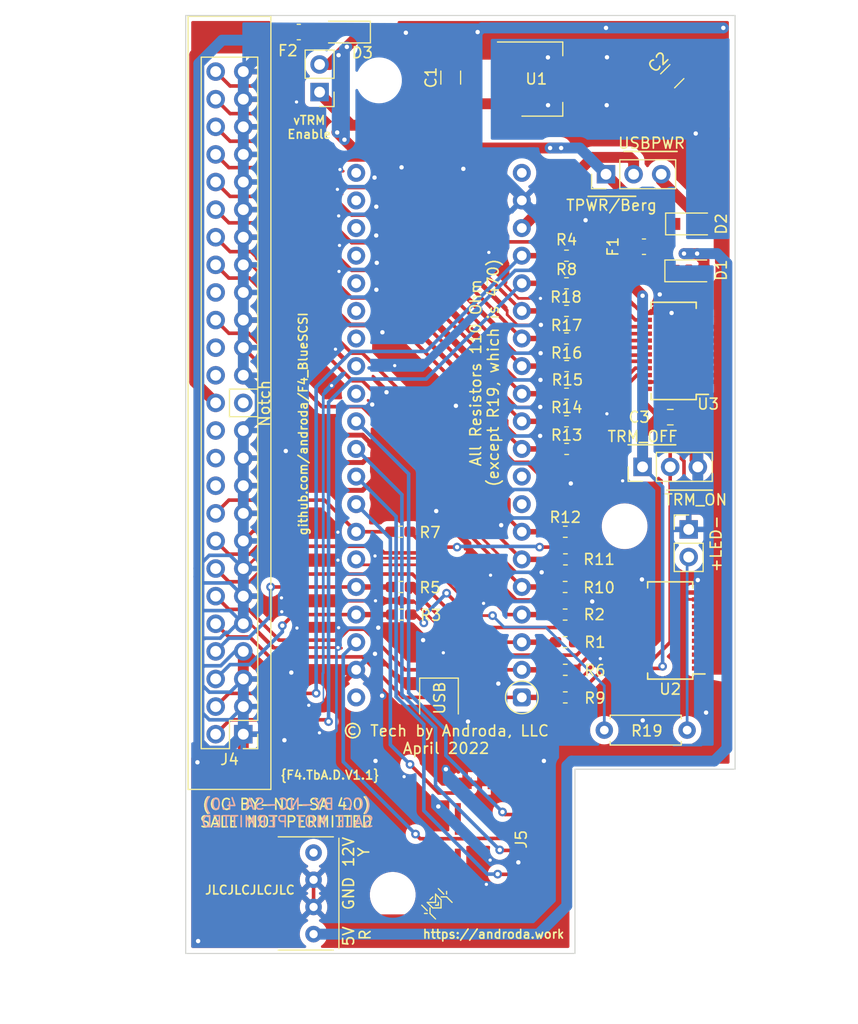
<source format=kicad_pcb>
(kicad_pcb (version 20211014) (generator pcbnew)
  (layers (0 "F.Cu" signal) (31 "B.Cu" signal) (34 "B.Paste" user) (35 "F.Paste" user) (36 "B.SilkS" user "B.Silkscreen") (37 "F.SilkS" user "F.Silkscreen") (38 "B.Mask" user) (39 "F.Mask" user) (44 "Edge.Cuts" user))
  (net 0 "")
  (net 1 "Net-(C1-Pad1)")
  (net 2 "GND")
  (net 3 "+2V8")
  (net 4 "+5V")
  (net 22 "Net-(D1-Pad2)")
  (net 23 "SD_CS")
  (net 24 "SD_CLK")
  (net 25 "SD_MISO")
  (net 26 "SD_MOSI")
  (net 27 "ATN")
  (net 28 "BSY")
  (net 29 "DBP")
  (net 30 "ACK")
  (net 31 "RST")
  (net 32 "MSG")
  (net 33 "SEL")
  (net 34 "CD")
  (net 35 "REQ")
  (net 36 "IO")
  (net 37 "DB7")
  (net 38 "DB6")
  (net 39 "DB5")
  (net 40 "DB4")
  (net 41 "DB3")
  (net 42 "DB2")
  (net 43 "DB1")
  (net 44 "DB0")
  (net 45 "+3V3")
  (net 46 "Net-(R1-Pad1)")
  (net 47 "Net-(R2-Pad1)")
  (net 48 "Net-(R3-Pad1)")
  (net 49 "Net-(R4-Pad1)")
  (net 50 "Net-(R5-Pad1)")
  (net 51 "Net-(R6-Pad1)")
  (net 52 "Net-(R7-Pad1)")
  (net 53 "Net-(R8-Pad1)")
  (net 54 "Net-(R9-Pad1)")
  (net 55 "Net-(R12-Pad1)")
  (net 56 "Net-(R13-Pad1)")
  (net 57 "Net-(R14-Pad1)")
  (net 58 "Net-(R15-Pad1)")
  (net 59 "Net-(R16-Pad1)")
  (net 60 "Net-(R17-Pad1)")
  (net 61 "Net-(R18-Pad1)")
  (net 64 "+5VP")
  (net 70 "Net-(R10-Pad2)")
  (net 71 "Net-(R11-Pad2)")
  (net 72 "Net-(J6-Pad2)")
  (net 73 "Net-(D2-Pad2)")
  (net 75 "+5F")
  (net 76 "Net-(D3-Pad2)")
  (net 78 "Net-(BP1-Pad35)")
  (net 79 "Net-(D1-Pad1)")
  (net 80 "Net-(J3-Pad2)")
  (footprint "CustomFootprints:SCSI_Internal_50Pin" (layer "F.Cu") (at 110.2 131.4 180)
    (fp_text reference "J4")
    (fp_text value "SCSI_50Pin")
  )
  (footprint "Resistor_SMD:R_0603_1608Metric_Pad1.05x0.95mm_HandSolder" (layer "F.Cu") (at 139.813 122.936 180)
    (fp_text reference "R1")
    (fp_text value "110 ohm 1%")
  )
  (footprint "Resistor_SMD:R_0603_1608Metric_Pad1.05x0.95mm_HandSolder" (layer "F.Cu") (at 139.813 120.396 180)
    (fp_text reference "R2")
    (fp_text value "110 ohm 1%")
  )
  (footprint "Resistor_SMD:R_0603_1608Metric_Pad1.05x0.95mm_HandSolder" (layer "F.Cu") (at 124.728 120.396 180)
    (fp_text reference "R3")
    (fp_text value "110 ohm 1%")
  )
  (footprint "Resistor_SMD:R_0603_1608Metric_Pad1.05x0.95mm_HandSolder" (layer "F.Cu") (at 139.94 87.376 180)
    (fp_text reference "R4")
    (fp_text value "110 ohm 1%")
  )
  (footprint "Resistor_SMD:R_0603_1608Metric_Pad1.05x0.95mm_HandSolder" (layer "F.Cu") (at 124.7 117.856 180)
    (fp_text reference "R5")
    (fp_text value "110 ohm 1%")
  )
  (footprint "Resistor_SMD:R_0603_1608Metric_Pad1.05x0.95mm_HandSolder" (layer "F.Cu") (at 139.827 125.476 180)
    (fp_text reference "R6")
    (fp_text value "110 ohm 1%")
  )
  (footprint "Resistor_SMD:R_0603_1608Metric_Pad1.05x0.95mm_HandSolder" (layer "F.Cu") (at 124.6645 112.776 180)
    (fp_text reference "R7")
    (fp_text value "110 ohm 1%")
  )
  (footprint "Resistor_SMD:R_0603_1608Metric_Pad1.05x0.95mm_HandSolder" (layer "F.Cu") (at 139.94 89.916 180)
    (fp_text reference "R8")
    (fp_text value "110 ohm 1%")
  )
  (footprint "Resistor_SMD:R_0603_1608Metric_Pad1.05x0.95mm_HandSolder" (layer "F.Cu") (at 139.827 128.016 180)
    (fp_text reference "R9")
    (fp_text value "110 ohm 1%")
  )
  (footprint "CustomFootprints:BergFloppy_RightAngle" (layer "F.Cu") (at 121.793 146.05 -90)
    (fp_text reference "J2" hide)
    (fp_text value "BergFloppy")
  )
  (footprint "MountingHole:MountingHole_3.2mm_M3" (layer "F.Cu") (at 123.952 146.177)
    (fp_text reference "REF**" hide)
    (fp_text value "MountingHole_3.2mm_M3")
  )
  (footprint "MountingHole:MountingHole_3.2mm_M3" (layer "F.Cu") (at 122.682 71.247)
    (fp_text reference "REF**" hide)
    (fp_text value "MountingHole_3.2mm_M3")
  )
  (footprint "MountingHole:MountingHole_3.2mm_M3" (layer "F.Cu") (at 145.288 112.268)
    (fp_text reference "REF**" hide)
    (fp_text value "MountingHole_3.2mm_M3")
  )
  (footprint "Diode_SMD:D_SOD-123F" (layer "F.Cu") (at 151.1905 88.773)
    (fp_text reference "D1")
    (fp_text value "Schottky Diode, 1A forward, 30V reverse")
  )
  (footprint "Capacitor_SMD:C_1206_3216Metric_Pad1.42x1.75mm_HandSolder" (layer "F.Cu") (at 129.286 70.993 90)
    (fp_text reference "C1")
    (fp_text value "20uF")
  )
  (footprint "Capacitor_SMD:C_1206_3216Metric_Pad1.42x1.75mm_HandSolder" (layer "F.Cu") (at 149.6695 70.866 45)
    (fp_text reference "C2")
    (fp_text value "20uF")
  )
  (footprint "Resistor_SMD:R_0603_1608Metric_Pad1.05x0.95mm_HandSolder" (layer "F.Cu") (at 139.813 117.856)
    (fp_text reference "R10")
    (fp_text value "110 ohm 1%")
  )
  (footprint "Resistor_SMD:R_0603_1608Metric_Pad1.05x0.95mm_HandSolder" (layer "F.Cu") (at 139.841 115.316)
    (fp_text reference "R11")
    (fp_text value "110 ohm 1%")
  )
  (footprint "Resistor_SMD:R_0603_1608Metric_Pad1.05x0.95mm_HandSolder" (layer "F.Cu") (at 139.827 112.776 180)
    (fp_text reference "R12")
    (fp_text value "110 ohm 1%")
  )
  (footprint "Resistor_SMD:R_0603_1608Metric_Pad1.05x0.95mm_HandSolder" (layer "F.Cu") (at 139.954 105.156 180)
    (fp_text reference "R13")
    (fp_text value "110 ohm 1%")
  )
  (footprint "Resistor_SMD:R_0603_1608Metric_Pad1.05x0.95mm_HandSolder" (layer "F.Cu") (at 139.94 102.616 180)
    (fp_text reference "R14")
    (fp_text value "110 ohm 1%")
  )
  (footprint "Resistor_SMD:R_0603_1608Metric_Pad1.05x0.95mm_HandSolder" (layer "F.Cu") (at 139.94 100.076 180)
    (fp_text reference "R15")
    (fp_text value "110 ohm 1%")
  )
  (footprint "Resistor_SMD:R_0603_1608Metric_Pad1.05x0.95mm_HandSolder" (layer "F.Cu") (at 139.954 97.536 180)
    (fp_text reference "R16")
    (fp_text value "110 ohm 1%")
  )
  (footprint "Resistor_SMD:R_0603_1608Metric_Pad1.05x0.95mm_HandSolder" (layer "F.Cu") (at 139.94 94.996 180)
    (fp_text reference "R17")
    (fp_text value "110 ohm 1%")
  )
  (footprint "Resistor_SMD:R_0603_1608Metric_Pad1.05x0.95mm_HandSolder" (layer "F.Cu") (at 139.94 92.456 180)
    (fp_text reference "R18")
    (fp_text value "110 ohm 1%")
  )
  (footprint "Package_TO_SOT_SMD:SOT-223-3_TabPin2" (layer "F.Cu") (at 137.68618 71.12762)
    (fp_text reference "U1")
    (fp_text value "LD1117V")
  )
  (footprint "Package_SO:SSOP-24_3.9x8.7mm_P0.635mm" (layer "F.Cu") (at 149.7965 96.139 180)
    (fp_text reference "U3")
    (fp_text value "SN74CBTD3861DBQR")
  )
  (footprint "CustomFootprints:microsd_molex_1051620001" (layer "F.Cu") (at 133.604 141.351 90)
    (fp_text reference "J5")
    (fp_text value "105162-0001")
  )
  (footprint "Package_SO:SSOP-24_3.9x8.7mm_P0.635mm" (layer "F.Cu") (at 149.479 121.8565 180)
    (fp_text reference "U2")
    (fp_text value "SN74CBTD3861DBQR")
  )
  (footprint "Connector_PinHeader_2.54mm:PinHeader_1x03_P2.54mm_Vertical" (layer "F.Cu") (at 146.939 106.807 90)
    (fp_text reference "J6" hide)
    (fp_text value "Conn_01x03_Male")
  )
  (footprint "Diode_SMD:D_SOD-123F" (layer "F.Cu") (at 151.26 84.455)
    (fp_text reference "D2")
    (fp_text value "Schottky Diode, 1A forward, 30V reverse")
  )
  (footprint "Connector_PinHeader_2.54mm:PinHeader_1x03_P2.54mm_Vertical" (layer "F.Cu") (at 143.5735 79.883 90)
    (fp_text reference "USBPWR")
    (fp_text value "Conn_01x03_Male")
  )
  (footprint "Connector_PinHeader_2.54mm:PinHeader_1x02_P2.54mm_Vertical" (layer "F.Cu") (at 117.221 72.3265 180)
    (fp_text reference "J1" hide)
    (fp_text value "Conn_01x02_Male")
  )
  (footprint "Fuse:Fuse_0805_2012Metric_Castellated" (layer "F.Cu") (at 147.066 86.5505 180)
    (fp_text reference "F1")
    (fp_text value "500mA Hold")
  )
  (footprint "Capacitor_SMD:C_0805_2012Metric_Pad1.15x1.40mm_HandSolder" (layer "F.Cu") (at 149.488 102.235)
    (fp_text reference "C3")
    (fp_text value "4.7uF")
  )
  (footprint "Diode_SMD:D_SOD-123F" (layer "F.Cu") (at 119.694501 66.802 180)
    (fp_text reference "D3")
    (fp_text value "Schottky Diode, 1A forward, 30V reverse")
  )
  (footprint "CustomFootprints:SpaceshipBug" (layer "F.Cu") (at 127.635 143.8275)
    (fp_text reference "REF**" hide)
    (fp_text value "SpaceshipBug" hide)
  )
  (footprint "Fuse:Fuse_0805_2012Metric_Castellated" (layer "F.Cu") (at 115.306 66.802 180)
    (fp_text reference "F2")
    (fp_text value "500mA Hold")
  )
  (footprint "CustomFootprints:BluePillModule" (layer "F.Cu") (at 128.2065 130.556 180)
    (fp_text reference "BP1" hide)
    (fp_text value "F4_Footprint")
  )
  (footprint "Connector_PinHeader_2.54mm:PinHeader_1x02_P2.54mm_Vertical" (layer "F.Cu") (at 151.1808 112.5601)
    (fp_text reference "J3" hide)
    (fp_text value "Conn_01x02_Male")
  )
  (footprint "Resistor_THT:R_Axial_DIN0207_L6.3mm_D2.5mm_P7.62mm_Horizontal" (layer "F.Cu") (at 151.03602 131.0259 180)
    (fp_text reference "R19")
    (fp_text value "470")
  )
  (gr_line (start 141.922499 81.915) (end 146.304 81.915) (layer "F.SilkS") (width 0.15))
  (gr_line (start 149.987 104.775) (end 145.6055 104.775) (layer "F.SilkS") (width 0.15))
  (gr_line (start 149.1615 108.94568) (end 153.3525 108.94568) (layer "F.SilkS") (width 0.15))
  (gr_line (start 145.224499 77.7875) (end 150.114 77.7875) (layer "F.SilkS") (width 0.15))
  (gr_line (start 104.902 151.5745) (end 104.902 65.278) (layer "Edge.Cuts") (width 0.1))
  (gr_line (start 104.9 65.278) (end 155.448 65.278) (layer "Edge.Cuts") (width 0.1))
  (gr_line (start 140.716 134.62) (end 140.716 151.5745) (layer "Edge.Cuts") (width 0.1))
  (gr_line (start 155.448 134.62) (end 140.716 134.62) (layer "Edge.Cuts") (width 0.1))
  (gr_line (start 104.902 151.5745) (end 140.716 151.5745) (layer "Edge.Cuts") (width 0.1))
  (gr_line (start 155.448 134.62) (end 155.448 65.278) (layer "Edge.Cuts") (width 0.1))
  (gr_text "(CC BY-NC-SA 4.0)\nSALE NOT PERMITTED" (at 114.26952 138.63828) (layer "B.SilkS") (effects (font (size 1 1)) (justify mirror)))
  (gr_text "github.com/androda/F4_BlueSCSI" (at 115.70462 102.8446 90) (layer "F.SilkS") (effects (font (size 0.8 0.8))))
  (gr_text "JLCJLCJLCJLC" (at 110.8075 145.7325) (layer "F.SilkS") (effects (font (size 0.8 0.8))))
  (gr_text "TRM_ON" (at 151.8285 109.83468) (layer "F.SilkS") (effects (font (size 1 1))))
  (gr_text "TRM_OFF" (at 146.939 104.013) (layer "F.SilkS") (effects (font (size 1 1))))
  (gr_text "vTRM\nEnable" (at 116.2685 75.565) (layer "F.SilkS") (effects (font (size 0.8 0.8))))
  (gr_text "{F4.TbA.D.V1.1}" (at 118.16334 135.16102) (layer "F.SilkS") (effects (font (size 0.8 0.8))))
  (gr_text "TPWR/Berg" (at 144.0815 82.7405) (layer "F.SilkS") (effects (font (size 1 1))))
  (gr_text "+LED-" (at 153.70048 113.88598 90) (layer "F.SilkS") (effects (font (size 1 1))))
  (gr_text "© Tech by Androda, LLC\nApril 2022" (at 128.86436 131.89712) (layer "F.SilkS") (effects (font (size 1 1))))
  (gr_text "(CC BY-NC-SA 4.0)\nSALE NOT PERMITTED" (at 114.14506 138.6586) (layer "F.SilkS") (effects (font (size 1 1))))
  (gr_text "All Resistors 110 Ohm\n(except R19, which is 470)" (at 132.39 98.15 90) (layer "F.SilkS") (effects (font (size 1 1))))
  (gr_text "https://androda.work" (at 133.223 149.7965) (layer "F.SilkS") (effects (font (size 0.8 0.8))))
  (segment (start 129.286 73.193) (end 128.90264 73.57636) (width 1) (layer "F.Cu") (net 1))
  (segment (start 120.142 75.3745) (end 127.1045 75.3745) (width 1) (layer "F.Cu") (net 1))
  (segment (start 130.2065 73.401) (end 129.286 72.4805) (width 1) (layer "F.Cu") (net 1))
  (segment (start 117.221 72.4535) (end 120.142 75.3745) (width 1) (layer "F.Cu") (net 1))
  (segment (start 128.09111 74.38789) (end 128.486 73.993) (width 1) (layer "F.Cu") (net 1))
  (segment (start 134.438 73.193) (end 134.646 73.401) (width 1) (layer "F.Cu") (net 1))
  (segment (start 129.078 73.401) (end 128.90264 73.57636) (width 1) (layer "F.Cu") (net 1))
  (segment (start 128.90264 73.57636) (end 128.09111 74.38789) (width 1) (layer "F.Cu") (net 1))
  (segment (start 130.2065 73.401) (end 129.078 73.401) (width 1) (layer "F.Cu") (net 1))
  (segment (start 129.286 72.4805) (end 129.286 73.193) (width 1) (layer "F.Cu") (net 1))
  (segment (start 134.646 73.401) (end 130.2065 73.401) (width 1) (layer "F.Cu") (net 1))
  (segment (start 117.221 72.3265) (end 117.221 72.4535) (width 1) (layer "F.Cu") (net 1))
  (segment (start 127.1045 75.3745) (end 128.09111 74.38789) (width 1) (layer "F.Cu") (net 1))
  (segment (start 152.019 117.221) (end 152.019 118.939) (width 0.33) (layer "F.Cu") (net 2))
  (segment (start 149.606 92.6465) (end 151.7615 92.6465) (width 0.33) (layer "F.Cu") (net 2))
  (segment (start 132.2705 66.8655) (end 132.2705 66.8655) (width 1) (layer "F.Cu") (net 2))
  (segment (start 135.5075 143.191) (end 135.5075 143.191) (width 0.33) (layer "F.Cu") (net 2))
  (segment (start 122.96775 127.85725) (end 129.9845 134.874) (width 0.33) (layer "F.Cu") (net 2))
  (segment (start 140.335 108.331) (end 140.335 108.331) (width 0.33) (layer "F.Cu") (net 2))
  (segment (start 142.3035 119.1895) (end 142.3035 119.1895) (width 0.33) (layer "F.Cu") (net 2))
  (segment (start 129.76225 101.18725) (end 122.9995 94.4245) (width 0.5) (layer "F.Cu") (net 2))
  (segment (start 122.9995 94.4245) (end 122.358999 93.783999) (width 0.5) (layer "F.Cu") (net 2))
  (segment (start 127.9525 110.871) (end 123.5075 106.426) (width 0.5) (layer "F.Cu") (net 2))
  (segment (start 122.27433 80.19161) (end 122.11558 80.03286) (width 0.25) (layer "F.Cu") (net 2))
  (segment (start 122.06097 101.07041) (end 121.677531 100.686971) (width 0.25) (layer "F.Cu") (net 2))
  (segment (start 118.8593 81.27492) (end 119.29364 81.70926) (width 0.25) (layer "F.Cu") (net 2))
  (segment (start 119.1768 79.6036) (end 119.40032 79.6036) (width 0.25) (layer "F.Cu") (net 2))
  (segment (start 118.6815 95.98152) (end 119.560239 96.860259) (width 0.25) (layer "F.Cu") (net 2))
  (segment (start 113.7158 119.126) (end 122.3645 119.126) (width 0.33) (layer "F.Cu") (net 2))
  (segment (start 137.540381 91.305999) (end 141.036659 91.305999) (width 0.25) (layer "F.Cu") (net 2))
  (segment (start 122.3645 119.126) (end 122.3645 119.126) (width 0.33) (layer "F.Cu") (net 2))
  (segment (start 143.05026 124.44825) (end 143.05026 124.44825) (width 0.25) (layer "F.Cu") (net 2))
  (segment (start 118.91772 123.4313) (end 118.91772 123.4313) (width 0.25) (layer "F.Cu") (net 2))
  (segment (start 132.949689 116.772951) (end 135.282739 119.106001) (width 0.45) (layer "F.Cu") (net 2))
  (segment (start 122.740119 115.209019) (end 122.3264 114.7953) (width 0.25) (layer "F.Cu") (net 2))
  (segment (start 134.2771 88.96858) (end 134.479681 88.765999) (width 0.25) (layer "F.Cu") (net 2))
  (segment (start 119.02694 79.6036) (end 119.1768 79.6036) (width 0.25) (layer "F.Cu") (net 2))
  (segment (start 123.007981 105.727479) (end 123.007981 105.909519) (width 0.45) (layer "F.Cu") (net 2))
  (segment (start 123.242702 106.426) (end 123.242702 106.83356) (width 0.5) (layer "F.Cu") (net 2))
  (segment (start 123.5075 106.409038) (end 123.242702 106.14424) (width 0.5) (layer "F.Cu") (net 2))
  (segment (start 131.14126 112.332762) (end 131.14126 110.13038) (width 0.25) (layer "F.Cu") (net 2))
  (segment (start 112.40334 72.98) (end 119.02694 79.6036) (width 0.25) (layer "F.Cu") (net 2))
  (segment (start 147.5105 92.6465) (end 148.1455 92.0115) (width 0.33) (layer "F.Cu") (net 2))
  (segment (start 147.1965 92.6465) (end 147.5105 92.6465) (width 0.33) (layer "F.Cu") (net 2))
  (segment (start 130.6385 113.821798) (end 123.242702 106.426) (width 0.33) (layer "F.Cu") (net 2))
  (segment (start 123.242702 106.14424) (end 123.242702 106.01844) (width 0.5) (layer "F.Cu") (net 2))
  (segment (start 121.166502 103.886) (end 123.007981 105.727479) (width 0.45) (layer "F.Cu") (net 2))
  (segment (start 152.3965 92.6465) (end 151.4665 92.6465) (width 0.33) (layer "F.Cu") (net 2))
  (segment (start 130.937 113.8555) (end 127.9525 110.871) (width 0.5) (layer "F.Cu") (net 2))
  (segment (start 135.348434 96.345999) (end 137.557521 96.345999) (width 0.25) (layer "F.Cu") (net 2))
  (segment (start 121.166502 108.966) (end 119.634 108.966) (width 0.45) (layer "F.Cu") (net 2))
  (segment (start 141.691535 84.114465) (end 139.278535 84.114465) (width 0.33) (layer "F.Cu") (net 2))
  (segment (start 122.48134 88.432842) (end 135.343698 101.2952) (width 0.25) (layer "F.Cu") (net 2))
  (segment (start 152.019 103.741) (end 150.513 102.235) (width 1) (layer "F.Cu") (net 2))
  (segment (start 110.2 95.84) (end 111.379 97.019) (width 0.33) (layer "F.Cu") (net 2))
  (segment (start 133.66496 126.746) (end 140.75251 126.746) (width 0.25) (layer "F.Cu") (net 2))
  (segment (start 111.19866 115.316) (end 119.11076 115.316) (width 0.25) (layer "F.Cu") (net 2))
  (segment (start 135.514497 91.305999) (end 137.540381 91.305999) (width 0.25) (layer "F.Cu") (net 2))
  (segment (start 134.32536 68.17868) (end 134.60984 67.8942) (width 1) (layer "F.Cu") (net 2))
  (segment (start 147.1965 92.6465) (end 146.8755 92.6465) (width 0.33) (layer "F.Cu") (net 2))
  (segment (start 122.320999 93.745999) (end 122.358999 93.783999) (width 0.45) (layer "F.Cu") (net 2))
  (segment (start 137.066 66.421) (end 134.646 68.841) (width 1) (layer "F.Cu") (net 2))
  (segment (start 120.5865 125.476) (end 122.96775 127.85725) (width 0.33) (layer "F.Cu") (net 2))
  (segment (start 138.311502 108.331) (end 136.426501 106.445999) (width 0.45) (layer "F.Cu") (net 2))
  (segment (start 138.039001 143.226001) (end 138.004 143.191) (width 0.33) (layer "F.Cu") (net 2))
  (segment (start 127.92964 121.205138) (end 127.92964 121.37136) (width 0.25) (layer "F.Cu") (net 2))
  (segment (start 134.96925 106.39425) (end 129.76225 101.18725) (width 0.5) (layer "F.Cu") (net 2))
  (segment (start 139.278535 84.114465) (end 137.287 86.106) (width 0.33) (layer "F.Cu") (net 2))
  (segment (start 137.51306 103.95712) (end 140.93698 103.95712) (width 0.25) (layer "F.Cu") (net 2))
  (segment (start 119.336499 93.056001) (end 120.026497 93.745999) (width 0.45) (layer "F.Cu") (net 2))
  (segment (start 138.039001 135.245001) (end 138.039001 143.226001) (width 0.33) (layer "F.Cu") (net 2))
  (segment (start 137.557521 96.345999) (end 141.072881 96.345999) (width 0.25) (layer "F.Cu") (net 2))
  (segment (start 136.426501 106.445999) (end 135.020999 106.445999) (width 0.45) (layer "F.Cu") (net 2))
  (segment (start 129.9505 68.841) (end 129.286 69.5055) (width 1) (layer "F.Cu") (net 2))
  (segment (start 136.406 146.566) (end 137.406002 146.566) (width 0.33) (layer "F.Cu") (net 2))
  (segment (start 152.3965 93.2815) (end 151.542498 93.2815) (width 0.33) (layer "F.Cu") (net 2))
  (segment (start 130.614 135.921) (end 130.614 135.5035) (width 0.33) (layer "F.Cu") (net 2))
  (segment (start 129.286 68.17868) (end 134.32536 68.17868) (width 1) (layer "F.Cu") (net 2))
  (segment (start 137.414002 146.558) (end 137.8585 146.558) (width 0.33) (layer "F.Cu") (net 2))
  (segment (start 135.326855 103.95712) (end 137.51306 103.95712) (width 0.25) (layer "F.Cu") (net 2))
  (segment (start 136.406 146.566) (end 136.406 145.9945) (width 0.25) (layer "F.Cu") (net 2))
  (segment (start 116.666 147.2946) (end 116.666 144.7946) (width 0.33) (layer "F.Cu") (net 2))
  (segment (start 137.52322 101.2952) (end 140.45184 101.2952) (width 0.25) (layer "F.Cu") (net 2))
  (segment (start 123.5075 106.426) (end 123.5075 106.409038) (width 0.5) (layer "F.Cu") (net 2))
  (segment (start 137.58164 93.74124) (end 141.2875 93.74124) (width 0.25) (layer "F.Cu") (net 2))
  (segment (start 135.314499 116.506001) (end 131.14126 112.332762) (width 0.25) (layer "F.Cu") (net 2))
  (segment (start 123.242702 106.426) (end 123.242702 106.14424) (width 0.33) (layer "F.Cu") (net 2))
  (segment (start 133.224 135.931) (end 133.224 135.1905) (width 0.33) (layer "F.Cu") (net 2))
  (segment (start 134.2771 89.5731) (end 134.2771 90.068602) (width 0.25) (layer "F.Cu") (net 2))
  (segment (start 140.335 108.331) (end 138.311502 108.331) (width 0.45) (layer "F.Cu") (net 2))
  (segment (start 135.329477 96.345999) (end 135.348434 96.345999) (width 0.25) (layer "F.Cu") (net 2))
  (segment (start 151.431499 92.681501) (end 151.431499 93.392499) (width 0.33) (layer "F.Cu") (net 2))
  (segment (start 110.2 113.62) (end 111.1075 112.7125) (width 0.33) (layer "F.Cu") (net 2))
  (segment (start 122.3645 119.126) (end 125.850502 119.126) (width 0.25) (layer "F.Cu") (net 2))
  (segment (start 135.020999 106.445999) (end 134.96925 106.39425) (width 0.45) (layer "F.Cu") (net 2))
  (segment (start 134.2771 86.51494) (end 134.2771 89.5731) (width 0.25) (layer "F.Cu") (net 2))
  (segment (start 123.242702 106.426) (end 123.5075 106.426) (width 0.5) (layer "F.Cu") (net 2))
  (segment (start 121.448262 106.14424) (end 121.186501 106.406001) (width 0.45) (layer "F.Cu") (net 2))
  (segment (start 134.47522 103.105485) (end 134.47522 102.5398) (width 0.25) (layer "F.Cu") (net 2))
  (segment (start 110.2 118.7) (end 112.0325 118.7) (width 0.33) (layer "F.Cu") (net 2))
  (segment (start 133.92912 110.49) (end 133.92912 112.16894) (width 0.25) (layer "F.Cu") (net 2))
  (segment (start 120.5865 125.476) (end 118.745 125.476) (width 1) (layer "F.Cu") (net 2))
  (segment (start 130.6385 114.335962) (end 130.6385 113.821798) (width 0.33) (layer "F.Cu") (net 2))
  (segment (start 135.8265 82.296) (end 134.6835 83.439) (width 0.33) (layer "F.Cu") (net 2))
  (segment (start 146.8755 92.6465) (end 146.1135 91.8845) (width 0.33) (layer "F.Cu") (net 2))
  (segment (start 125.0569 126.746) (end 133.66496 126.746) (width 0.25) (layer "F.Cu") (net 2))
  (segment (start 151.542498 93.2815) (end 151.431499 93.392499) (width 0.33) (layer "F.Cu") (net 2))
  (segment (start 125.850502 119.126) (end 127.92964 121.205138) (width 0.25) (layer "F.Cu") (net 2))
  (segment (start 111.960498 85.68) (end 120.026497 93.745999) (width 0.45) (layer "F.Cu") (net 2))
  (segment (start 119.7425 126.32) (end 120.5865 125.476) (width 0.33) (layer "F.Cu") (net 2))
  (segment (start 137.406002 146.566) (end 137.414002 146.558) (width 0.33) (layer "F.Cu") (net 2))
  (segment (start 134.47776 92.39504) (end 122.27433 80.19161) (width 0.25) (layer "F.Cu") (net 2))
  (segment (start 122.48134 88.03386) (end 122.48134 88.432842) (width 0.25) (layer "F.Cu") (net 2))
  (segment (start 110.2 72.98) (end 112.40334 72.98) (width 0.25) (layer "F.Cu") (net 2))
  (segment (start 118.97614 121.6025) (end 115.17122 121.6025) (width 0.25) (layer "F.Cu") (net 2))
  (segment (start 137.8585 146.558) (end 138.039001 146.377499) (width 0.33) (layer "F.Cu") (net 2))
  (segment (start 121.166502 103.886) (end 119.126 103.886) (width 0.45) (layer "F.Cu") (net 2))
  (segment (start 134.2771 90.068602) (end 135.514497 91.305999) (width 0.25) (layer "F.Cu") (net 2))
  (segment (start 110.2 128.86) (end 112.223 128.86) (width 0.33) (layer "F.Cu") (net 2))
  (segment (start 150.513 106.042798) (end 150.749 106.278798) (width 0.33) (layer "F.Cu") (net 2))
  (segment (start 122.43054 85.51926) (end 122.43054 85.842042) (width 0.25) (layer "F.Cu") (net 2))
  (segment (start 130.614 135.921) (end 133.214 135.921) (width 0.33) (layer "F.Cu") (net 2))
  (segment (start 136.464501 106.483999) (end 136.426501 106.445999) (width 0.45) (layer "F.Cu") (net 2))
  (segment (start 137.54354 98.806) (end 140.90396 98.806) (width 0.25) (layer "F.Cu") (net 2))
  (segment (start 135.282739 119.106001) (end 142.220001 119.106001) (width 0.45) (layer "F.Cu") (net 2))
  (segment (start 140.75251 126.746) (end 143.05026 124.44825) (width 0.25) (layer "F.Cu") (net 2))
  (segment (start 134.47522 102.5398) (end 131.46024 99.52482) (width 0.25) (layer "F.Cu") (net 2))
  (segment (start 151.7615 92.6465) (end 152.3965 93.2815) (width 0.33) (layer "F.Cu") (net 2))
  (segment (start 134.933039 108.846001) (end 134.590758 108.50372) (width 0.25) (layer "F.Cu") (net 2))
  (segment (start 121.836501 104.738039) (end 121.836501 104.555999) (width 0.45) (layer "F.Cu") (net 2))
  (segment (start 152.079 118.999) (end 150.49246 118.999) (width 0.25) (layer "F.Cu") (net 2))
  (segment (start 136.406 145.9945) (end 135.9535 145.542) (width 0.25) (layer "F.Cu") (net 2))
  (segment (start 129.286 69.5055) (end 129.286 68.17868) (width 1) (layer "F.Cu") (net 2))
  (segment (start 134.646 68.841) (end 134.246 68.841) (width 1) (layer "F.Cu") (net 2))
  (segment (start 110.2 126.32) (end 110.2 123.78) (width 1) (layer "F.Cu") (net 2))
  (segment (start 142.220001 119.106001) (end 142.3035 119.1895) (width 0.45) (layer "F.Cu") (net 2))
  (segment (start 138.66622 108.331) (end 138.151219 108.846001) (width 0.25) (layer "F.Cu") (net 2))
  (segment (start 116.666 147.2946) (end 117.513401 148.142001) (width 0.33) (layer "F.Cu") (net 2))
  (segment (start 123.242702 106.83356) (end 123.242702 106.8898) (width 0.45) (layer "F.Cu") (net 2))
  (segment (start 110.2 123.78) (end 111.4515 125.0315) (width 1) (layer "F.Cu") (net 2))
  (segment (start 137.58164 93.74124) (end 135.409738 93.74124) (width 0.25) (layer "F.Cu") (net 2))
  (segment (start 137.174 143.191) (end 135.5075 143.191) (width 0.33) (layer "F.Cu") (net 2))
  (segment (start 134.27964 94.71152) (end 134.27964 95.296162) (width 0.25) (layer "F.Cu") (net 2))
  (segment (start 134.27964 95.296162) (end 135.329477 96.345999) (width 0.25) (layer "F.Cu") (net 2))
  (segment (start 134.47776 92.809262) (end 134.47776 92.39504) (width 0.25) (layer "F.Cu") (net 2))
  (segment (start 138.151219 108.846001) (end 134.933039 108.846001) (width 0.25) (layer "F.Cu") (net 2))
  (segment (start 122.44578 90.51036) (end 131.46024 99.52482) (width 0.25) (layer "F.Cu") (net 2))
  (segment (start 151.431499 93.392499) (end 151.431499 106.219499) (width 0.33) (layer "F.Cu") (net 2))
  (segment (start 123.242702 106.8898) (end 121.166502 108.966) (width 0.45) (layer "F.Cu") (net 2))
  (segment (start 110.84886 121.24) (end 113.04016 123.4313) (width 0.25) (layer "F.Cu") (net 2))
  (segment (start 150.749 106.278798) (end 150.749 108.7755) (width 0.33) (layer "F.Cu") (net 2))
  (segment (start 125.603 121.6025) (end 126.746 122.7455) (width 1) (layer "F.Cu") (net 2))
  (segment (start 122.6185 121.6025) (end 125.603 121.6025) (width 1) (layer "F.Cu") (net 2))
  (segment (start 134.369 146.566) (end 136.406 146.566) (width 0.33) (layer "F.Cu") (net 2))
  (segment (start 130.048 109.03712) (end 130.02768 109.03712) (width 0.25) (layer "F.Cu") (net 2))
  (segment (start 142.3035 119.1895) (end 142.182001 119.068001) (width 0.5) (layer "F.Cu") (net 2))
  (segment (start 110.2 121.24) (end 110.84886 121.24) (width 0.25) (layer "F.Cu") (net 2))
  (segment (start 130.937 114.760262) (end 130.937 113.8555) (width 0.5) (layer "F.Cu") (net 2))
  (segment (start 110.2 126.32) (end 119.7425 126.32) (width 0.33) (layer "F.Cu") (net 2))
  (segment (start 113.10438 75.52) (end 118.8593 81.27492) (width 0.25) (layer "F.Cu") (net 2))
  (segment (start 111.1075 112.7125) (end 111.76 112.7125) (width 0.33) (layer "F.Cu") (net 2))
  (segment (start 152.079 117.281) (end 152.019 117.221) (width 0.33) (layer "F.Cu") (net 2))
  (segment (start 152.079 118.364) (end 150.98776 118.364) (width 0.25) (layer "F.Cu") (net 2))
  (segment (start 110.2 131.4) (end 110.2 133.5765) (width 1) (layer "F.Cu") (net 2))
  (segment (start 122.31624 124.00534) (end 125.0569 126.746) (width 0.25) (layer "F.Cu") (net 2))
  (segment (start 130.02768 109.03712) (end 122.06097 101.07041) (width 0.25) (layer "F.Cu") (net 2))
  (segment (start 110.2 85.68) (end 111.960498 85.68) (width 0.45) (layer "F.Cu") (net 2))
  (segment (start 151.225135 69.310365) (end 148.33577 66.421) (width 1) (layer "F.Cu") (net 2))
  (segment (start 132.3086 119.36222) (end 128.155399 115.209019) (width 0.25) (layer "F.Cu") (net 2))
  (segment (start 134.5565 86.106) (end 134.5565 86.23554) (width 0.25) (layer "F.Cu") (net 2))
  (segment (start 117.513401 148.142001) (end 129.607999 148.142001) (width 0.33) (layer "F.Cu") (net 2))
  (segment (start 137.414 134.62) (end 137.82901 134.20499) (width 0.33) (layer "F.Cu") (net 2))
  (segment (start 131.14126 110.13038) (end 130.048 109.03712) (width 0.25) (layer "F.Cu") (net 2))
  (segment (start 134.5565 86.23554) (end 134.2771 86.51494) (width 0.25) (layer "F.Cu") (net 2))
  (segment (start 152.3965 92.6465) (end 152.3965 93.2815) (width 0.33) (layer "F.Cu") (net 2))
  (segment (start 110.2 116.16) (end 110.35466 116.16) (width 0.25) (layer "F.Cu") (net 2))
  (segment (start 140.335 108.331) (end 138.66622 108.331) (width 0.25) (layer "F.Cu") (net 2))
  (segment (start 137.414 134.62) (end 138.039001 135.245001) (width 0.33) (layer "F.Cu") (net 2))
  (segment (start 152.019 106.807) (end 152.019 103.741) (width 1) (layer "F.Cu") (net 2))
  (segment (start 138.039001 146.377499) (end 138.039001 143.226001) (width 0.33) (layer "F.Cu") (net 2))
  (segment (start 123.242702 106.426) (end 123.242702 106.70776) (width 0.33) (layer "F.Cu") (net 2))
  (segment (start 123.37796 99.93884) (end 133.92912 110.49) (width 0.25) (layer "F.Cu") (net 2))
  (segment (start 147.1965 92.6465) (end 149.606 92.6465) (width 0.33) (layer "F.Cu") (net 2))
  (segment (start 122.43054 85.842042) (end 135.394498 98.806) (width 0.25) (layer "F.Cu") (net 2))
  (segment (start 151.431499 106.219499) (end 152.019 106.807) (width 0.33) (layer "F.Cu") (net 2))
  (segment (start 138.004 143.191) (end 137.174 143.191) (width 0.33) (layer "F.Cu") (net 2))
  (segment (start 133.224 135.1905) (end 133.7945 134.62) (width 0.33) (layer "F.Cu") (net 2))
  (segment (start 121.186501 106.406001) (end 119.360001 106.406001) (width 0.45) (layer "F.Cu") (net 2))
  (segment (start 135.394498 98.806) (end 137.54354 98.806) (width 0.25) (layer "F.Cu") (net 2))
  (segment (start 130.937 114.760262) (end 132.949689 116.772951) (width 0.45) (layer "F.Cu") (net 2))
  (segment (start 129.286 68.17868) (end 129.286 67.07124) (width 1) (layer "F.Cu") (net 2))
  (segment (start 120.026497 93.745999) (end 122.320999 93.745999) (width 0.45) (layer "F.Cu") (net 2))
  (segment (start 133.7945 134.62) (end 137.414 134.62) (width 0.33) (layer "F.Cu") (net 2))
  (segment (start 151.4665 92.6465) (end 151.431499 92.681501) (width 0.33) (layer "F.Cu") (net 2))
  (segment (start 110.2 75.52) (end 113.10438 75.52) (width 0.25) (layer "F.Cu") (net 2))
  (segment (start 110.91998 88.22) (end 118.6815 95.98152) (width 0.25) (layer "F.Cu") (net 2))
  (segment (start 131.184 146.566) (end 134.369 146.566) (width 0.33) (layer "F.Cu") (net 2))
  (segment (start 152.079 118.999) (end 152.079 117.281) (width 0.33) (layer "F.Cu") (net 2))
  (segment (start 135.343698 101.2952) (end 137.52322 101.2952) (width 0.25) (layer "F.Cu") (net 2))
  (segment (start 110.2 88.22) (end 110.91998 88.22) (width 0.25) (layer "F.Cu") (net 2))
  (segment (start 110.35466 116.16) (end 111.19866 115.316) (width 0.25) (layer "F.Cu") (net 2))
  (segment (start 137.651479 116.506001) (end 135.314499 116.506001) (width 0.25) (layer "F.Cu") (net 2))
  (segment (start 133.214 135.921) (end 133.224 135.931) (width 0.33) (layer "F.Cu") (net 2))
  (segment (start 137.287 86.106) (end 134.5565 86.106) (width 0.33) (layer "F.Cu") (net 2))
  (segment (start 122.43816 82.87004) (end 134.27964 94.71152) (width 0.25) (layer "F.Cu") (net 2))
  (segment (start 128.155399 115.209019) (end 122.740119 115.209019) (width 0.25) (layer "F.Cu") (net 2))
  (segment (start 150.513 102.235) (end 150.513 106.042798) (width 0.33) (layer "F.Cu") (net 2))
  (segment (start 134.646 68.841) (end 129.9505 68.841) (width 1) (layer "F.Cu") (net 2))
  (segment (start 141.072881 96.345999) (end 141.47292 95.94596) (width 0.25) (layer "F.Cu") (net 2))
  (segment (start 112.4585 119.126) (end 113.7158 119.126) (width 0.33) (layer "F.Cu") (net 2))
  (segment (start 123.242702 106.14424) (end 121.448262 106.14424) (width 0.45) (layer "F.Cu") (net 2))
  (segment (start 135.409738 93.74124) (end 134.47776 92.809262) (width 0.25) (layer "F.Cu") (net 2))
  (segment (start 146.879 118.364) (end 146.879 117.161) (width 0.33) (layer "F.Cu") (net 2))
  (segment (start 113.04016 123.4313) (end 118.91772 123.4313) (width 0.25) (layer "F.Cu") (net 2))
  (segment (start 134.246 68.841) (end 132.2705 66.8655) (width 1) (layer "F.Cu") (net 2))
  (segment (start 123.007981 105.909519) (end 121.836501 104.738039) (width 0.45) (layer "F.Cu") (net 2))
  (segment (start 112.0325 118.7) (end 112.4585 119.126) (width 0.33) (layer "F.Cu") (net 2))
  (segment (start 115.17122 121.6025) (end 115.1382 121.63552) (width 0.25) (layer "F.Cu") (net 2))
  (segment (start 134.2771 89.5731) (end 134.2771 88.96858) (width 0.25) (layer "F.Cu") (net 2))
  (segment (start 148.33577 66.421) (end 137.066 66.421) (width 1) (layer "F.Cu") (net 2))
  (segment (start 123.242702 106.14424) (end 123.007981 105.909519) (width 0.45) (layer "F.Cu") (net 2))
  (segment (start 135.326855 103.95712) (end 134.47522 103.105485) (width 0.25) (layer "F.Cu") (net 2))
  (via (at 105.9815 133.985) (size 0.8) (drill 0.4) (layers "F.Cu" "B.Cu") (net 2))
  (via (at 122.6185 121.6025) (size 0.8) (drill 0.4) (layers "F.Cu" "B.Cu") (net 2))
  (via (at 122.31624 124.00534) (size 0.8) (drill 0.4) (layers "F.Cu" "B.Cu") (net 2))
  (via (at 113.73866 120.13438) (size 0.6) (drill 0.3) (layers "F.Cu" "B.Cu") (net 2))
  (via (at 130.8735 130.2385) (size 0.8) (drill 0.4) (layers "F.Cu" "B.Cu") (net 2))
  (via (at 152.019 117.221) (size 0.8) (drill 0.4) (layers "F.Cu" "B.Cu") (net 2))
  (via (at 122.96775 127.85725) (size 0.8) (drill 0.4) (layers "F.Cu" "B.Cu") (net 2))
  (via (at 128.8415 134.62) (size 0.8) (drill 0.4) (layers "F.Cu" "B.Cu") (net 2))
  (via (at 145.10258 108.0897) (size 0.6) (drill 0.3) (layers "F.Cu" "B.Cu") (net 2))
  (via (at 122.3645 133.858) (size 0.8) (drill 0.4) (layers "F.Cu" "B.Cu") (net 2))
  (via (at 137.51306 103.95712) (size 0.8) (drill 0.4) (layers "F.Cu" "B.Cu") (net 2))
  (via (at 143.5735 66.421) (size 0.8) (drill 0.4) (layers "F.Cu" "B.Cu") (net 2))
  (via (at 137.58164 93.74124) (size 0.8) (drill 0.4) (layers "F.Cu" "B.Cu") (net 2))
  (via (at 137.540381 91.305999) (size 0.6) (drill 0.3) (layers "F.Cu" "B.Cu") (net 2))
  (via (at 122.06097 101.07041) (size 0.8) (drill 0.4) (layers "F.Cu" "B.Cu") (net 2))
  (via (at 119.00916 88.82634) (size 0.6) (drill 0.3) (layers "F.Cu" "B.Cu") (net 2))
  (via (at 118.97614 83.71586) (size 0.6) (drill 0.3) (layers "F.Cu" "B.Cu") (net 2))
  (via (at 122.48134 88.03386) (size 0.8) (drill 0.4) (layers "F.Cu" "B.Cu") (net 2))
  (via (at 122.27433 80.19161) (size 0.8) (drill 0.4) (layers "F.Cu" "B.Cu") (net 2))
  (via (at 132.3086 119.36222) (size 0.6) (drill 0.3) (layers "F.Cu" "B.Cu") (net 2))
  (via (at 130.44678 79.3877) (size 0.8) (drill 0.4) (layers "F.Cu" "B.Cu") (net 2))
  (via (at 106.045 150.4315) (size 0.8) (drill 0.4) (layers "F.Cu" "B.Cu") (net 2))
  (via (at 140.335 108.331) (size 0.8) (drill 0.4) (layers "F.Cu" "B.Cu") (net 2))
  (via (at 128.143 138.049) (size 0.8) (drill 0.4) (layers "F.Cu" "B.Cu") (net 2))
  (via (at 132.56514 145.21434) (size 0.6) (drill 0.3) (layers "F.Cu" "B.Cu") (net 2))
  (via (at 115.09756 73.23582) (size 0.6) (drill 0.3) (layers "F.Cu" "B.Cu") (net 2))
  (via (at 124.99848 135.3058) (size 0.6) (drill 0.3) (layers "F.Cu" "B.Cu") (net 2))
  (via (at 119.09552 79.44866) (size 0.6) (drill 0.3) (layers "F.Cu" "B.Cu") (net 2))
  (via (at 116.22532 128.7399) (size 0.6) (drill 0.3) (layers "F.Cu" "B.Cu") (net 2))
  (via (at 118.8593 81.27492) (size 0.6) (drill 0.3) (layers "F.Cu" "B.Cu") (net 2))
  (via (at 117.2083 131.27228) (size 0.6) (drill 0.3) (layers "F.Cu" "B.Cu") (net 2))
  (via (at 122.43054 85.51926) (size 0.8) (drill 0.4) (layers "F.Cu" "B.Cu") (net 2))
  (via (at 122.43816 82.87004) (size 0.8) (drill 0.4) (layers "F.Cu" "B.Cu") (net 2))
  (via (at 135.5075 143.191) (size 0.8) (drill 0.4) (layers "F.Cu" "B.Cu") (net 2))
  (via (at 133.92912 112.16894) (size 0.8) (drill 0.4) (layers "F.Cu" "B.Cu") (net 2))
  (via (at 118.97614 121.6025) (size 0.6) (drill 0.3) (layers "F.Cu" "B.Cu") (net 2))
  (via (at 154.3685 66.421) (size 0.8) (drill 0.4) (layers "F.Cu" "B.Cu") (net 2))
  (via (at 122.9995 94.4245) (size 0.8) (drill 0.4) (layers "F.Cu" "B.Cu") (net 2))
  (via (at 152.781 129.413) (size 0.8) (drill 0.4) (layers "F.Cu" "B.Cu") (net 2))
  (via (at 118.3259 99.32924) (size 0.6) (drill 0.3) (layers "F.Cu" "B.Cu") (net 2))
  (via (at 149.606 92.6465) (size 0.8) (drill 0.4) (layers "F.Cu" "B.Cu") (net 2))
  (via (at 127.9525 110.871) (size 0.8) (drill 0.4) (layers "F.Cu" "B.Cu") (net 2))
  (via (at 129.76225 101.18725) (size 0.8) (drill 0.4) (layers "F.Cu" "B.Cu") (net 2))
  (via (at 113.9825 131.953) (size 0.8) (drill 0.4) (layers "F.Cu" "B.Cu") (net 2))
  (via (at 137.8585 133.858) (size 0.8) (drill 0.4) (layers "F.Cu" "B.Cu") (net 2))
  (via (at 113.71326 118.85676) (size 0.6) (drill 0.3) (layers "F.Cu" "B.Cu") (net 2))
  (via (at 128.60528 123.90882) (size 0.6) (drill 0.3) (layers "F.Cu" "B.Cu") (net 2))
  (via (at 122.3645 119.126) (size 0.6) (drill 0.3) (layers "F.Cu" "B.Cu") (net 2))
  (via (at 119.05234 86.43366) (size 0.6) (drill 0.3) (layers "F.Cu" "B.Cu") (net 2))
  (via (at 118.90502 112.81664) (size 0.6) (drill 0.3) (layers "F.Cu" "B.Cu") (net 2))
  (via (at 137.557521 96.345999) (size 0.8) (drill 0.4) (layers "F.Cu" "B.Cu") (net 2))
  (via (at 143.65478 101.92258) (size 0.6) (drill 0.3) (layers "F.Cu" "B.Cu") (net 2))
  (via (at 132.949689 116.772951) (size 0.6) (drill 0.3) (layers "F.Cu" "B.Cu") (net 2))
  (via (at 122.31878 115.00104) (size 0.6) (drill 0.3) (layers "F.Cu" "B.Cu") (net 2))
  (via (at 124.76226 79.248) (size 0.8) (drill 0.4) (layers "F.Cu" "B.Cu") (net 2))
  (via (at 124.13234 97.49028) (size 0.6) (drill 0.3) (layers "F.Cu" "B.Cu") (net 2))
  (via (at 132.91058 142.98422) (size 0.6) (drill 0.3) (layers "F.Cu" "B.Cu") (net 2))
  (via (at 132.79374 87.07628) (size 0.6) (drill 0.3) (layers "F.Cu" "B.Cu") (net 2))
  (via (at 122.44578 90.51036) (size 0.8) (drill 0.4) (layers "F.Cu" "B.Cu") (net 2))
  (via (at 118.6815 95.98152) (size 0.6) (drill 0.3) (layers "F.Cu" "B.Cu") (net 2))
  (via (at 143.05026 124.44825) (size 0.6) (drill 0.3) (layers "F.Cu" "B.Cu") (net 2))
  (via (at 141.691535 84.114465) (size 0.8) (drill 0.4) (layers "F.Cu" "B.Cu") (net 2))
  (via (at 137.52322 101.2952) (size 0.8) (drill 0.4) (layers "F.Cu" "B.Cu") (net 2))
  (via (at 126.746 122.7455) (size 0.8) (drill 0.4) (layers "F.Cu" "B.Cu") (net 2))
  (via (at 137.651479 116.506001) (size 0.8) (drill 0.4) (layers "F.Cu" "B.Cu") (net 2))
  (via (at 123.37796 99.93884) (size 0.8) (drill 0.4) (layers "F.Cu" "B.Cu") (net 2))
  (via (at 142.3035 119.1895) (size 0.8) (drill 0.4) (layers "F.Cu" "B.Cu") (net 2))
  (via (at 115.1382 121.63552) (size 0.6) (drill 0.3) (layers "F.Cu" "B.Cu") (net 2))
  (via (at 146.9517 130.12928) (size 0.8) (drill 0.4) (layers "F.Cu" "B.Cu") (net 2))
  (via (at 125.1585 66.8655) (size 0.8) (drill 0.4) (layers "F.Cu" "B.Cu") (net 2))
  (via (at 114.6175 125.73) (size 0.8) (drill 0.4) (layers "F.Cu" "B.Cu") (net 2))
  (via (at 146.879 117.161) (size 0.8) (drill 0.4) (layers "F.Cu" "B.Cu") (net 2))
  (via (at 118.90756 115.38712) (size 0.6) (drill 0.3) (layers "F.Cu" "B.Cu") (net 2))
  (via (at 133.66496 126.746) (size 0.8) (drill 0.4) (layers "F.Cu" "B.Cu") (net 2))
  (via (at 131.7625 66.802) (size 0.8) (drill 0.4) (layers "F.Cu" "B.Cu") (net 2))
  (via (at 137.54354 98.806) (size 0.8) (drill 0.4) (layers "F.Cu" "B.Cu") (net 2))
  (via (at 148.517785 90.940715) (size 0.8) (drill 0.4) (layers "F.Cu" "B.Cu") (net 2))
  (via (at 114.1095 105.3465) (size 0.8) (drill 0.4) (layers "F.Cu" "B.Cu") (net 2))
  (via (at 118.91772 123.4313) (size 0.6) (drill 0.3) (layers "F.Cu" "B.Cu") (net 2))
  (segment (start 154.3685 66.421) (end 154.3685 66.421) (width 1) (layer "B.Cu") (net 2))
  (segment (start 143.5735 66.421) (end 154.3685 66.421) (width 1) (layer "B.Cu") (net 2))
  (segment (start 148.517785 90.940715) (end 149.606 92.02893) (width 1) (layer "B.Cu") (net 2))
  (segment (start 133.66496 126.746) (end 137.16 126.746) (width 0.33) (layer "B.Cu") (net 2))
  (segment (start 137.651479 116.506001) (end 131.651999 116.506001) (width 0.33) (layer "B.Cu") (net 2))
  (segment (start 137.16 101.346) (end 137.16 101.346) (width 0.33) (layer "B.Cu") (net 2))
  (segment (start 137.54354 98.806) (end 137.922 98.806) (width 0.33) (layer "B.Cu") (net 2))
  (segment (start 137.557521 96.345999) (end 138.001999 96.345999) (width 0.33) (layer "B.Cu") (net 2))
  (segment (start 118.97614 83.71586) (end 119.126 83.566) (width 0.33) (layer "B.Cu") (net 2))
  (segment (start 119.05234 86.43366) (end 119.4435 86.0425) (width 0.33) (layer "B.Cu") (net 2))
  (segment (start 119.00916 88.82634) (end 119.046501 88.788999) (width 0.33) (layer "B.Cu") (net 2))
  (segment (start 118.3259 99.32924) (end 119.501819 98.153321) (width 0.25) (layer "B.Cu") (net 2))
  (segment (start 124.4219 97.70618) (end 121.776501 97.70618) (width 0.33) (layer "B.Cu") (net 2))
  (segment (start 118.771501 112.764739) (end 118.771501 102.330081) (width 0.25) (layer "B.Cu") (net 2))
  (segment (start 118.771501 115.563819) (end 118.771501 114.024579) (width 0.25) (layer "B.Cu") (net 2))
  (segment (start 118.97614 121.6025) (end 118.808162 121.6025) (width 0.25) (layer "B.Cu") (net 2))
  (segment (start 132.19684 119.1895) (end 131.6355 119.1895) (width 0.33) (layer "B.Cu") (net 2))
  (segment (start 132.1435 66.421) (end 131.7625 66.802) (width 1) (layer "B.Cu") (net 2))
  (segment (start 110.2 131.4) (end 110.2 126.32) (width 1) (layer "B.Cu") (net 2))
  (segment (start 136.678001 83.147501) (end 140.724571 83.147501) (width 1) (layer "B.Cu") (net 2))
  (segment (start 117.573501 126.918161) (end 117.50548 126.85014) (width 0.14) (layer "B.Cu") (net 2))
  (segment (start 106.915999 132.950001) (end 106.109999 132.144001) (width 1) (layer "B.Cu") (net 2))
  (segment (start 127.9525 110.871) (end 130.683 110.871) (width 0.33) (layer "B.Cu") (net 2))
  (segment (start 110.2 95.84) (end 116.758 95.84) (width 0.33) (layer "B.Cu") (net 2))
  (segment (start 106.499499 120.024999) (end 106.444999 119.970499) (width 0.33) (layer "B.Cu") (net 2))
  (segment (start 108.649999 132.950001) (end 106.915999 132.950001) (width 1) (layer "B.Cu") (net 2))
  (segment (start 117.012 85.68) (end 118.97614 83.71586) (width 0.33) (layer "B.Cu") (net 2))
  (segment (start 133.6675 119.1895) (end 132.19684 119.1895) (width 0.33) (layer "B.Cu") (net 2))
  (segment (start 132.159999 96.345999) (end 131.651999 96.345999) (width 0.33) (layer "B.Cu") (net 2))
  (segment (start 140.724571 83.147501) (end 141.691535 84.114465) (width 1) (layer "B.Cu") (net 2))
  (segment (start 119.1895 81.026) (end 121.666 81.026) (width 0.33) (layer "B.Cu") (net 2))
  (segment (start 142.3035 119.1895) (end 140.5255 119.1895) (width 0.33) (layer "B.Cu") (net 2))
  (segment (start 118.872 93.726) (end 121.793 93.726) (width 0.33) (layer "B.Cu") (net 2))
  (segment (start 111.750001 99.930001) (end 111.750001 101.909999) (width 1) (layer "B.Cu") (net 2))
  (segment (start 113.9825 131.953) (end 117.573501 128.361999) (width 0.14) (layer "B.Cu") (net 2))
  (segment (start 152.32126 132.3975) (end 149.8092 132.3975) (width 0.25) (layer "B.Cu") (net 2))
  (segment (start 110.2 121.24) (end 108.984999 120.024999) (width 0.33) (layer "B.Cu") (net 2))
  (segment (start 117.266 93.3) (end 119.38 91.186) (width 0.33) (layer "B.Cu") (net 2))
  (segment (start 106.444999 115.576799) (end 106.444999 117.583001) (width 0.33) (layer "B.Cu") (net 2))
  (segment (start 107.076799 127.535001) (end 108.984999 127.535001) (width 0.33) (layer "B.Cu") (net 2))
  (segment (start 106.109999 116.904001) (end 106.109999 116.1415) (width 1) (layer "B.Cu") (net 2))
  (segment (start 117.266 88.22) (end 119.05234 86.43366) (width 0.33) (layer "B.Cu") (net 2))
  (segment (start 107.076799 114.944999) (end 106.444999 115.576799) (width 0.33) (layer "B.Cu") (net 2))
  (segment (start 106.444999 129.443201) (end 106.444999 132.352999) (width 0.33) (layer "B.Cu") (net 2))
  (segment (start 140.5255 119.1895) (end 137.842001 116.506001) (width 0.33) (layer "B.Cu") (net 2))
  (segment (start 117.0755 83.14) (end 119.1895 81.026) (width 0.33) (layer "B.Cu") (net 2))
  (segment (start 118.771501 131.080679) (end 118.47576 131.37642) (width 0.25) (layer "B.Cu") (net 2))
  (segment (start 118.771501 123.048997) (end 118.771501 131.080679) (width 0.25) (layer "B.Cu") (net 2))
  (segment (start 110.2 83.14) (end 117.0755 83.14) (width 0.33) (layer "B.Cu") (net 2))
  (segment (start 129.76225 101.18725) (end 129.76225 98.32975) (width 0.33) (layer "B.Cu") (net 2))
  (segment (start 137.080001 88.725999) (end 135.226047 88.725999) (width 0.33) (layer "B.Cu") (net 2))
  (segment (start 129.76225 101.18725) (end 129.76225 100.23475) (width 0.33) (layer "B.Cu") (net 2))
  (segment (start 126.746 122.7455) (end 127.8255 121.666) (width 0.33) (layer "B.Cu") (net 2))
  (segment (start 131.191 98.806) (end 137.54354 98.806) (width 0.33) (layer "B.Cu") (net 2))
  (segment (start 122.6185 121.6025) (end 118.97614 121.6025) (width 0.25) (layer "B.Cu") (net 2))
  (segment (start 121.905379 101.226001) (end 122.06097 101.07041) (width 0.25) (layer "B.Cu") (net 2))
  (segment (start 118.771501 116.668719) (end 118.771501 115.563819) (width 0.25) (layer "B.Cu") (net 2))
  (segment (start 139.779999 108.886001) (end 131.492001 108.886001) (width 0.33) (layer "B.Cu") (net 2))
  (segment (start 110.2 93.3) (end 117.266 93.3) (width 0.33) (layer "B.Cu") (net 2))
  (segment (start 131.826 96.171998) (end 131.826 95.25) (width 0.33) (layer "B.Cu") (net 2))
  (segment (start 128.5875 122.7455) (end 130.127999 124.285999) (width 0.33) (layer "B.Cu") (net 2))
  (segment (start 110.2 85.68) (end 117.012 85.68) (width 0.33) (layer "B.Cu") (net 2))
  (segment (start 108.984999 117.484999) (end 106.543001 117.484999) (width 0.33) (layer "B.Cu") (net 2))
  (segment (start 116.7765 66.675) (end 113.965 66.675) (width 1) (layer "B.Cu") (net 2))
  (segment (start 110.2 118.7) (end 108.984999 117.484999) (width 0.33) (layer "B.Cu") (net 2))
  (segment (start 110.2 121.24) (end 109.646 121.24) (width 0.33) (layer "B.Cu") (net 2))
  (segment (start 117.573501 128.361999) (end 117.573501 126.918161) (width 0.14) (layer "B.Cu") (net 2))
  (segment (start 118.771501 114.024579) (end 118.771501 112.764739) (width 0.25) (layer "B.Cu") (net 2))
  (segment (start 106.670001 122.564999) (end 106.635499 122.599501) (width 0.33) (layer "B.Cu") (net 2))
  (segment (start 106.109999 132.144001) (end 106.109999 116.904001) (width 1) (layer "B.Cu") (net 2))
  (segment (start 130.127999 124.285999) (end 137.239999 124.285999) (width 0.33) (layer "B.Cu") (net 2))
  (segment (start 130.683 110.871) (end 131.318 111.506) (width 0.33) (layer "B.Cu") (net 2))
  (segment (start 133.270001 93.805999) (end 137.080001 93.805999) (width 0.33) (layer "B.Cu") (net 2))
  (segment (start 118.771501 102.330081) (end 119.875581 101.226001) (width 0.25) (layer "B.Cu") (net 2))
  (segment (start 117.0755 90.76) (end 119.00916 88.82634) (width 0.33) (layer "B.Cu") (net 2))
  (segment (start 106.606501 125.104999) (end 106.444999 125.266501) (width 0.33) (layer "B.Cu") (net 2))
  (segment (start 152.019 106.807) (end 152.019 108.585) (width 1) (layer "B.Cu") (net 2))
  (segment (start 106.444999 129.443201) (end 107.076799 130.075001) (width 0.33) (layer "B.Cu") (net 2))
  (segment (start 118.771501 119.099499) (end 121.332159 119.099499) (width 0.25) (layer "B.Cu") (net 2))
  (segment (start 106.444999 117.583001) (end 106.444999 119.970499) (width 0.33) (layer "B.Cu") (net 2))
  (segment (start 142.3035 119.1895) (end 133.6675 119.1895) (width 0.33) (layer "B.Cu") (net 2))
  (segment (start 129.76225 101.18725) (end 132.540999 103.965999) (width 0.33) (layer "B.Cu") (net 2))
  (segment (start 110.2 90.76) (end 117.0755 90.76) (width 0.33) (layer "B.Cu") (net 2))
  (segment (start 129.76225 101.18725) (end 129.76225 105.63225) (width 0.33) (layer "B.Cu") (net 2))
  (segment (start 117.55649 125.75519) (end 117.55649 100.09865) (width 0.25) (layer "B.Cu") (net 2))
  (segment (start 106.635499 122.599501) (end 106.444999 122.599501) (width 0.33) (layer "B.Cu") (net 2))
  (segment (start 108.851011 122.034989) (end 108.597011 122.034989) (width 0.33) (layer "B.Cu") (net 2))
  (segment (start 129.76225 98.32975) (end 131.746001 96.345999) (width 0.33) (layer "B.Cu") (net 2))
  (segment (start 131.318 111.506) (end 137.668 111.506) (width 0.33) (layer "B.Cu") (net 2))
  (segment (start 118.771501 116.668719) (end 121.423261 116.668719) (width 0.25) (layer "B.Cu") (net 2))
  (segment (start 135.335298 101.346) (end 137.16 101.346) (width 0.33) (layer "B.Cu") (net 2))
  (segment (start 152.781 129.413) (end 152.781 131.93776) (width 0.25) (layer "B.Cu") (net 2))
  (segment (start 110.2 103.46) (end 110.2 121.24) (width 1) (layer "B.Cu") (net 2))
  (segment (start 110.2 131.4) (end 108.649999 132.950001) (width 1) (layer "B.Cu") (net 2))
  (segment (start 108.597011 122.034989) (end 108.067001 122.564999) (width 0.33) (layer "B.Cu") (net 2))
  (segment (start 111.750001 101.909999) (end 110.2 103.46) (width 1) (layer "B.Cu") (net 2))
  (segment (start 118.771501 114.024579) (end 121.819839 114.024579) (width 0.25) (layer "B.Cu") (net 2))
  (segment (start 149.606 92.02893) (end 149.606 92.6465) (width 1) (layer "B.Cu") (net 2))
  (segment (start 108.067001 122.564999) (end 106.670001 122.564999) (width 0.33) (layer "B.Cu") (net 2))
  (segment (start 108.125454 125.104999) (end 106.606501 125.104999) (width 0.33) (layer "B.Cu") (net 2))
  (segment (start 106.109999 69.695999) (end 108.257238 67.54876) (width 1) (layer "B.Cu") (net 2))
  (segment (start 141.691535 84.114465) (end 137.080001 88.725999) (width 0.33) (layer "B.Cu") (net 2))
  (segment (start 106.543001 117.484999) (end 106.444999 117.583001) (width 0.33) (layer "B.Cu") (net 2))
  (segment (start 118.771501 121.639161) (end 118.771501 119.099499) (width 0.25) (layer "B.Cu") (net 2))
  (segment (start 118.771501 123.048997) (end 118.771501 121.639161) (width 0.25) (layer "B.Cu") (net 2))
  (segment (start 131.826 95.25) (end 133.270001 93.805999) (width 0.33) (layer "B.Cu") (net 2))
  (segment (start 106.444999 126.903201) (end 107.076799 127.535001) (width 0.33) (layer "B.Cu") (net 2))
  (segment (start 126.746 122.7455) (end 128.5875 122.7455) (width 0.33) (layer "B.Cu") (net 2))
  (segment (start 108.984999 130.075001) (end 110.2 128.86) (width 0.33) (layer "B.Cu") (net 2))
  (segment (start 118.808162 121.6025) (end 118.771501 121.639161) (width 0.25) (layer "B.Cu") (net 2))
  (segment (start 129.76225 101.18725) (end 135.176548 101.18725) (width 0.33) (layer "B.Cu") (net 2))
  (segment (start 119.38 91.186) (end 121.6025 91.186) (width 0.33) (layer "B.Cu") (net 2))
  (segment (start 109.646 121.24) (end 108.851011 122.034989) (width 0.33) (layer "B.Cu") (net 2))
  (segment (start 152.781 131.93776) (end 152.32126 132.3975) (width 0.25) (layer "B.Cu") (net 2))
  (segment (start 108.984999 127.535001) (end 110.2 126.32) (width 0.33) (layer "B.Cu") (net 2))
  (segment (start 106.444999 122.599501) (end 106.444999 125.266501) (width 0.33) (layer "B.Cu") (net 2))
  (segment (start 110.2 123.78) (end 109.450453 123.78) (width 0.33) (layer "B.Cu") (net 2))
  (segment (start 119.046501 88.788999) (end 119.1895 88.646) (width 0.33) (layer "B.Cu") (net 2))
  (segment (start 130.635999 106.505999) (end 137.080001 106.505999) (width 0.33) (layer "B.Cu") (net 2))
  (segment (start 131.651999 96.345999) (end 131.826 96.171998) (width 0.33) (layer "B.Cu") (net 2))
  (segment (start 135.176548 101.18725) (end 135.335298 101.346) (width 0.33) (layer "B.Cu") (net 2))
  (segment (start 107.076799 130.075001) (end 108.984999 130.075001) (width 0.33) (layer "B.Cu") (net 2))
  (segment (start 140.335 108.331) (end 139.779999 108.886001) (width 0.33) (layer "B.Cu") (net 2))
  (segment (start 117.55649 100.09865) (end 118.3259 99.32924) (width 0.25) (layer "B.Cu") (net 2))
  (segment (start 119.1895 88.646) (end 121.92 88.646) (width 0.33) (layer "B.Cu") (net 2))
  (segment (start 109.450453 123.78) (end 108.125454 125.104999) (width 0.33) (layer "B.Cu") (net 2))
  (segment (start 131.746001 96.345999) (end 132.159999 96.345999) (width 0.33) (layer "B.Cu") (net 2))
  (segment (start 135.8265 81.919762) (end 135.8265 82.296) (width 1) (layer "B.Cu") (net 2))
  (segment (start 110.2 70.44) (end 110.2 98.38) (width 1) (layer "B.Cu") (net 2))
  (segment (start 116.758 95.84) (end 118.872 93.726) (width 0.33) (layer "B.Cu") (net 2))
  (segment (start 118.771501 119.099499) (end 118.771501 116.668719) (width 0.25) (layer "B.Cu") (net 2))
  (segment (start 135.8265 82.296) (end 136.678001 83.147501) (width 1) (layer "B.Cu") (net 2))
  (segment (start 135.8265 82.296) (end 134.4295 83.693) (width 0.33) (layer "B.Cu") (net 2))
  (segment (start 110.2 98.38) (end 111.750001 99.930001) (width 1) (layer "B.Cu") (net 2))
  (segment (start 117.50548 126.85014) (end 117.43182 126.77648) (width 0.14) (layer "B.Cu") (net 2))
  (segment (start 143.5735 66.421) (end 132.1435 66.421) (width 1) (layer "B.Cu") (net 2))
  (segment (start 117.50548 125.8062) (end 117.55649 125.75519) (width 0.25) (layer "B.Cu") (net 2))
  (segment (start 117.50548 126.85014) (end 117.50548 125.8062) (width 0.25) (layer "B.Cu") (net 2))
  (segment (start 132.2705 78.363762) (end 135.8265 81.919762) (width 1) (layer "B.Cu") (net 2))
  (segment (start 108.257238 67.54876) (end 110.42396 67.54876) (width 1) (layer "B.Cu") (net 2))
  (segment (start 108.984999 120.024999) (end 106.499499 120.024999) (width 0.33) (layer "B.Cu") (net 2))
  (segment (start 110.2 116.16) (end 108.984999 114.944999) (width 0.33) (layer "B.Cu") (net 2))
  (segment (start 129.76225 105.63225) (end 130.635999 106.505999) (width 0.33) (layer "B.Cu") (net 2))
  (segment (start 132.540999 103.965999) (end 136.826001 103.965999) (width 0.33) (layer "B.Cu") (net 2))
  (segment (start 108.984999 114.944999) (end 107.076799 114.944999) (width 0.33) (layer "B.Cu") (net 2))
  (segment (start 130.8735 130.2385) (end 130.8735 126.9365) (width 0.33) (layer "B.Cu") (net 2))
  (segment (start 106.109999 116.1415) (end 106.109999 69.695999) (width 1) (layer "B.Cu") (net 2))
  (segment (start 130.8735 126.9365) (end 131.064 126.746) (width 0.33) (layer "B.Cu") (net 2))
  (segment (start 126.245866 97.70618) (end 124.4219 97.70618) (width 0.33) (layer "B.Cu") (net 2))
  (segment (start 113.965 66.675) (end 110.2 70.44) (width 1) (layer "B.Cu") (net 2))
  (segment (start 137.842001 116.506001) (end 137.651479 116.506001) (width 0.33) (layer "B.Cu") (net 2))
  (segment (start 152.019 106.807) (end 152.019 104.775) (width 1) (layer "B.Cu") (net 2))
  (segment (start 132.159999 96.345999) (end 137.557521 96.345999) (width 0.33) (layer "B.Cu") (net 2))
  (segment (start 119.126 83.566) (end 121.9835 83.566) (width 0.33) (layer "B.Cu") (net 2))
  (segment (start 110.2 88.22) (end 117.266 88.22) (width 0.33) (layer "B.Cu") (net 2))
  (segment (start 131.064 126.746) (end 133.66496 126.746) (width 0.33) (layer "B.Cu") (net 2))
  (segment (start 129.76225 100.23475) (end 131.191 98.806) (width 0.33) (layer "B.Cu") (net 2))
  (segment (start 106.444999 126.903201) (end 106.444999 129.443201) (width 0.33) (layer "B.Cu") (net 2))
  (segment (start 106.444999 125.266501) (end 106.444999 126.903201) (width 0.33) (layer "B.Cu") (net 2))
  (segment (start 119.875581 101.226001) (end 121.905379 101.226001) (width 0.25) (layer "B.Cu") (net 2))
  (segment (start 149.8092 132.3975) (end 149.65426 132.24256) (width 0.25) (layer "B.Cu") (net 2))
  (segment (start 135.226047 88.725999) (end 126.245866 97.70618) (width 0.33) (layer "B.Cu") (net 2))
  (segment (start 106.444999 119.970499) (end 106.444999 122.599501) (width 0.33) (layer "B.Cu") (net 2))
  (segment (start 119.4435 86.0425) (end 121.6025 86.0425) (width 0.33) (layer "B.Cu") (net 2))
  (segment (start 151.828615 76.136385) (end 154.35401 78.66178) (width 1) (layer "F.Cu") (net 3))
  (segment (start 152.3965 98.9965) (end 153.6065 98.9965) (width 0.33) (layer "F.Cu") (net 3))
  (segment (start 152.079 119.634) (end 152.079 124.714) (width 0.33) (layer "F.Cu") (net 3))
  (segment (start 154.686 100.203) (end 154.686 123.6345) (width 0.33) (layer "F.Cu") (net 3))
  (segment (start 152.079 124.714) (end 153.4795 124.714) (width 0.33) (layer "F.Cu") (net 3))
  (segment (start 154.35401 93.93099) (end 154.051 94.234) (width 1) (layer "F.Cu") (net 3))
  (segment (start 148.617679 71.917821) (end 148.625821 71.917821) (width 0.25) (layer "F.Cu") (net 3))
  (segment (start 134.646 71.121) (end 140.946 71.121) (width 0.33) (layer "F.Cu") (net 3))
  (segment (start 152.079 120.904) (end 153.3525 120.904) (width 0.33) (layer "F.Cu") (net 3))
  (segment (start 152.3965 93.9165) (end 153.7335 93.9165) (width 0.33) (layer "F.Cu") (net 3))
  (segment (start 148.617679 73.735939) (end 148.71192 73.83018) (width 0.25) (layer "F.Cu") (net 3))
  (segment (start 152.4 94.5515) (end 152.3965 94.5515) (width 0.33) (layer "F.Cu") (net 3))
  (segment (start 152.781 94.1705) (end 152.4 94.5515) (width 0.33) (layer "F.Cu") (net 3))
  (segment (start 152.3965 98.6755) (end 152.3965 98.9965) (width 0.33) (layer "F.Cu") (net 3))
  (segment (start 152.079 123.444) (end 153.4795 123.444) (width 0.33) (layer "F.Cu") (net 3))
  (segment (start 148.617679 71.917821) (end 148.02104 72.51446) (width 0.25) (layer "F.Cu") (net 3))
  (segment (start 140.946 71.121) (end 146.81323 71.121) (width 1) (layer "F.Cu") (net 3))
  (segment (start 147.46224 72.51446) (end 147.53082 72.58304) (width 0.25) (layer "F.Cu") (net 3))
  (segment (start 152.3965 97.7265) (end 153.67 97.7265) (width 0.33) (layer "F.Cu") (net 3))
  (segment (start 152.3965 93.9165) (end 152.527 93.9165) (width 0.33) (layer "F.Cu") (net 3))
  (segment (start 148.617679 71.917821) (end 148.788381 71.917821) (width 0.25) (layer "F.Cu") (net 3))
  (segment (start 152.3965 95.8215) (end 153.4795 95.8215) (width 0.33) (layer "F.Cu") (net 3))
  (segment (start 152.079 122.174) (end 153.543 122.174) (width 0.33) (layer "F.Cu") (net 3))
  (segment (start 152.3965 95.1865) (end 153.67 95.1865) (width 0.33) (layer "F.Cu") (net 3))
  (segment (start 146.81323 71.121) (end 148.113865 72.421635) (width 1) (layer "F.Cu") (net 3))
  (segment (start 152.079 119.634) (end 153.8605 119.634) (width 0.33) (layer "F.Cu") (net 3))
  (segment (start 148.113865 72.421635) (end 151.828615 76.136385) (width 1) (layer "F.Cu") (net 3))
  (segment (start 149.16658 72.29602) (end 150.37562 72.29602) (width 0.25) (layer "F.Cu") (net 3))
  (segment (start 149.1488 72.4408) (end 150.00224 72.4408) (width 0.25) (layer "F.Cu") (net 3))
  (segment (start 152.3965 97.0915) (end 153.4795 97.0915) (width 0.33) (layer "F.Cu") (net 3))
  (segment (start 152.527 93.9165) (end 152.781 94.1705) (width 0.33) (layer "F.Cu") (net 3))
  (segment (start 148.617679 71.917821) (end 148.617679 73.735939) (width 0.25) (layer "F.Cu") (net 3))
  (segment (start 148.02104 72.51446) (end 147.46224 72.51446) (width 0.25) (layer "F.Cu") (net 3))
  (segment (start 148.625821 71.917821) (end 149.1488 72.4408) (width 0.25) (layer "F.Cu") (net 3))
  (segment (start 152.3965 93.9165) (end 152.3965 98.6755) (width 0.33) (layer "F.Cu") (net 3))
  (segment (start 152.3965 96.4565) (end 153.543 96.4565) (width 0.33) (layer "F.Cu") (net 3))
  (segment (start 153.7335 93.9165) (end 154.051 94.234) (width 0.33) (layer "F.Cu") (net 3))
  (segment (start 152.079 120.269) (end 153.543 120.269) (width 0.33) (layer "F.Cu") (net 3))
  (segment (start 148.113865 72.421635) (end 148.113865 74.771135) (width 1) (layer "F.Cu") (net 3))
  (segment (start 154.35401 78.66178) (end 154.35401 93.93099) (width 1) (layer "F.Cu") (net 3))
  (segment (start 148.788381 71.917821) (end 149.16658 72.29602) (width 0.25) (layer "F.Cu") (net 3))
  (segment (start 152.079 124.079) (end 153.543 124.079) (width 0.33) (layer "F.Cu") (net 3))
  (segment (start 147.53082 72.58304) (end 147.53082 74.54392) (width 0.25) (layer "F.Cu") (net 3))
  (segment (start 152.3965 94.5515) (end 153.7335 94.5515) (width 0.33) (layer "F.Cu") (net 3))
  (segment (start 154.686 123.6345) (end 154.686 123.8885) (width 0.33) (layer "F.Cu") (net 3))
  (segment (start 152.3965 98.3615) (end 153.9965 98.3615) (width 0.33) (layer "F.Cu") (net 3))
  (segment (start 152.3965 94.5515) (end 152.3965 98.6755) (width 1) (layer "F.Cu") (net 3))
  (segment (start 152.079 121.539) (end 153.67 121.539) (width 0.33) (layer "F.Cu") (net 3))
  (segment (start 153.7335 94.5515) (end 154.051 94.234) (width 0.33) (layer "F.Cu") (net 3))
  (segment (start 152.079 122.809) (end 153.4795 122.809) (width 0.33) (layer "F.Cu") (net 3))
  (via (at 143.637 73.533) (size 0.8) (drill 0.4) (layers "F.Cu" "B.Cu") (net 3))
  (via (at 138.2395 73.533) (size 0.8) (drill 0.4) (layers "F.Cu" "B.Cu") (net 3))
  (via (at 143.6624 69.12356) (size 0.8) (drill 0.4) (layers "F.Cu" "B.Cu") (net 3))
  (via (at 138.22934 69.13626) (size 0.8) (drill 0.4) (layers "F.Cu" "B.Cu") (net 3))
  (via (at 151.828615 76.136385) (size 0.8) (drill 0.4) (layers "F.Cu" "B.Cu") (net 3))
  (segment (start 107.66 100.92) (end 105.7275 98.9875) (width 1) (layer "F.Cu") (net 4))
  (segment (start 107.823 66.802) (end 106.2355 68.3895) (width 1) (layer "F.Cu") (net 4))
  (segment (start 106.2355 68.3895) (end 106.9975 67.6275) (width 1) (layer "F.Cu") (net 4))
  (segment (start 105.7275 98.9875) (end 105.7275 68.8975) (width 1) (layer "F.Cu") (net 4))
  (segment (start 114.3435 66.802) (end 107.823 66.802) (width 1) (layer "F.Cu") (net 4))
  (segment (start 105.7275 68.8975) (end 106.2355 68.3895) (width 1) (layer "F.Cu") (net 4))
  (segment (start 151.9555 87.1855) (end 151.9555 87.1855) (width 1) (layer "F.Cu") (net 22))
  (segment (start 150.749 87.1855) (end 150.749 87.1855) (width 1) (layer "F.Cu") (net 22))
  (segment (start 152.5905 87.8205) (end 151.9555 87.1855) (width 1) (layer "F.Cu") (net 22))
  (segment (start 151.9555 87.1855) (end 150.749 87.1855) (width 1) (layer "F.Cu") (net 22))
  (segment (start 152.5905 88.773) (end 152.5905 87.8205) (width 1) (layer "F.Cu") (net 22))
  (via (at 151.9555 87.1855) (size 0.8) (drill 0.4) (layers "F.Cu" "B.Cu") (net 22))
  (via (at 150.749 87.1855) (size 0.8) (drill 0.4) (layers "F.Cu" "B.Cu") (net 22))
  (segment (start 154.69799 88.08649) (end 153.797 87.1855) (width 1) (layer "B.Cu") (net 22))
  (segment (start 139.96599 134.309336) (end 140.405336 133.86999) (width 1) (layer "B.Cu") (net 22))
  (segment (start 140.405336 133.86999) (end 153.53101 133.86999) (width 1) (layer "B.Cu") (net 22))
  (segment (start 150.749 87.1855) (end 151.4475 87.1855) (width 1) (layer "B.Cu") (net 22))
  (segment (start 137.3524 149.7946) (end 139.96599 147.18101) (width 1) (layer "B.Cu") (net 22))
  (segment (start 153.53101 133.86999) (end 154.69799 132.70301) (width 1) (layer "B.Cu") (net 22))
  (segment (start 139.96599 147.18101) (end 139.96599 134.309336) (width 1) (layer "B.Cu") (net 22))
  (segment (start 154.69799 132.70301) (end 154.69799 88.08649) (width 1) (layer "B.Cu") (net 22))
  (segment (start 151.9555 87.1855) (end 153.797 87.1855) (width 1) (layer "B.Cu") (net 22))
  (segment (start 116.666 149.7946) (end 137.3524 149.7946) (width 1) (layer "B.Cu") (net 22))
  (segment (start 134.0485 138.557) (end 134.0485 138.557) (width 0.33) (layer "F.Cu") (net 23))
  (segment (start 137.174 138.791) (end 134.2825 138.791) (width 0.33) (layer "F.Cu") (net 23))
  (segment (start 134.2825 138.791) (end 134.0485 138.557) (width 0.33) (layer "F.Cu") (net 23))
  (via (at 134.0485 138.557) (size 0.8) (drill 0.4) (layers "F.Cu" "B.Cu") (net 23))
  (segment (start 125.4125 107.442) (end 125.4125 127.596408) (width 0.33) (layer "B.Cu") (net 23))
  (segment (start 128.8415 133.35) (end 134.0485 138.557) (width 0.33) (layer "B.Cu") (net 23))
  (segment (start 120.5865 102.616) (end 125.4125 107.442) (width 0.33) (layer "B.Cu") (net 23))
  (segment (start 125.4125 127.596408) (end 128.8415 131.025408) (width 0.33) (layer "B.Cu") (net 23))
  (segment (start 128.8415 131.025408) (end 128.8415 133.35) (width 0.33) (layer "B.Cu") (net 23))
  (segment (start 137.174 142.091) (end 133.6895 142.091) (width 0.33) (layer "F.Cu") (net 24))
  (via (at 133.7945 142.0495) (size 0.8) (drill 0.4) (layers "F.Cu" "B.Cu") (net 24))
  (segment (start 120.5865 105.156) (end 124.792771 109.362271) (width 0.33) (layer "B.Cu") (net 24))
  (segment (start 127.889 130.822454) (end 127.889 136.144) (width 0.33) (layer "B.Cu") (net 24))
  (segment (start 124.792771 127.726225) (end 127.889 130.822454) (width 0.33) (layer "B.Cu") (net 24))
  (segment (start 127.889 136.144) (end 133.7945 142.0495) (width 0.33) (layer "B.Cu") (net 24))
  (segment (start 124.792771 109.362271) (end 124.792771 127.726225) (width 0.33) (layer "B.Cu") (net 24))
  (segment (start 137.174 144.291) (end 133.458 144.291) (width 0.33) (layer "F.Cu") (net 25))
  (via (at 133.604 144.272) (size 0.8) (drill 0.4) (layers "F.Cu" "B.Cu") (net 25))
  (segment (start 132.6515 144.272) (end 133.604 144.272) (width 0.33) (layer "B.Cu") (net 25))
  (segment (start 126.812501 130.495501) (end 126.812501 138.433001) (width 0.33) (layer "B.Cu") (net 25))
  (segment (start 124.262761 111.372261) (end 124.262761 127.945761) (width 0.33) (layer "B.Cu") (net 25))
  (segment (start 124.262761 127.945761) (end 126.812501 130.495501) (width 0.33) (layer "B.Cu") (net 25))
  (segment (start 126.812501 138.433001) (end 132.6515 144.272) (width 0.33) (layer "B.Cu") (net 25))
  (segment (start 120.5865 107.696) (end 124.262761 111.372261) (width 0.33) (layer "B.Cu") (net 25))
  (segment (start 128.175001 136.811001) (end 125.5395 134.1755) (width 0.33) (layer "F.Cu") (net 26))
  (segment (start 129.941003 136.811001) (end 128.175001 136.811001) (width 0.33) (layer "F.Cu") (net 26))
  (segment (start 137.174 139.891) (end 133.021002 139.891) (width 0.33) (layer "F.Cu") (net 26))
  (segment (start 133.021002 139.891) (end 129.941003 136.811001) (width 0.33) (layer "F.Cu") (net 26))
  (via (at 125.5395 134.1755) (size 0.8) (drill 0.4) (layers "F.Cu" "B.Cu") (net 26))
  (segment (start 123.732751 132.368751) (end 125.5395 134.1755) (width 0.33) (layer "B.Cu") (net 26))
  (segment (start 120.5865 110.236) (end 123.732751 113.382251) (width 0.33) (layer "B.Cu") (net 26))
  (segment (start 123.732751 113.382251) (end 123.732751 132.368751) (width 0.33) (layer "B.Cu") (net 26))
  (segment (start 121.141501 101.266001) (end 117.424203 101.266001) (width 0.33) (layer "F.Cu") (net 27))
  (segment (start 117.424203 101.266001) (end 110.673203 94.515001) (width 0.33) (layer "F.Cu") (net 27))
  (segment (start 135.8265 117.856) (end 138.938 117.856) (width 0.5) (layer "F.Cu") (net 27))
  (segment (start 130.65125 112.68075) (end 130.65125 110.77575) (width 0.33) (layer "F.Cu") (net 27))
  (segment (start 110.673203 94.515001) (end 108.875001 94.515001) (width 0.33) (layer "F.Cu") (net 27))
  (segment (start 108.875001 94.515001) (end 107.66 93.3) (width 0.33) (layer "F.Cu") (net 27))
  (segment (start 130.65125 110.77575) (end 121.141501 101.266001) (width 0.33) (layer "F.Cu") (net 27))
  (segment (start 117.361203 101.203001) (end 110.673203 94.515001) (width 0.33) (layer "F.Cu") (net 27))
  (segment (start 135.8265 117.856) (end 130.65125 112.68075) (width 0.33) (layer "F.Cu") (net 27))
  (segment (start 132.08 109.808298) (end 132.08 110.0455) (width 0.33) (layer "F.Cu") (net 28))
  (segment (start 138.966 115.316) (end 135.8265 115.316) (width 0.5) (layer "F.Cu") (net 28))
  (segment (start 110.771001 89.435001) (end 120.221999 98.885999) (width 0.33) (layer "F.Cu") (net 28))
  (segment (start 107.66 88.22) (end 108.875001 89.435001) (width 0.33) (layer "F.Cu") (net 28))
  (segment (start 135.8265 115.316) (end 132.08 111.5695) (width 0.33) (layer "F.Cu") (net 28))
  (segment (start 132.08 111.5695) (end 132.08 110.0455) (width 0.33) (layer "F.Cu") (net 28))
  (segment (start 132.08 110.0455) (end 132.08 109.901538) (width 0.33) (layer "F.Cu") (net 28))
  (segment (start 121.157701 98.885999) (end 132.08 109.808298) (width 0.33) (layer "F.Cu") (net 28))
  (segment (start 108.875001 89.435001) (end 110.771001 89.435001) (width 0.33) (layer "F.Cu") (net 28))
  (segment (start 120.221999 98.885999) (end 121.157701 98.885999) (width 0.33) (layer "F.Cu") (net 28))
  (segment (start 120.5865 112.776) (end 117.675499 109.864999) (width 0.33) (layer "F.Cu") (net 29))
  (segment (start 117.675499 109.864999) (end 108.875001 109.864999) (width 0.33) (layer "F.Cu") (net 29))
  (segment (start 108.875001 109.864999) (end 107.66 111.08) (width 0.33) (layer "F.Cu") (net 29))
  (segment (start 120.5865 112.776) (end 123.7895 112.776) (width 0.33) (layer "F.Cu") (net 29))
  (segment (start 120.175297 96.345999) (end 121.157701 96.345999) (width 0.33) (layer "F.Cu") (net 30))
  (segment (start 111.415001 87.585703) (end 120.175297 96.345999) (width 0.33) (layer "F.Cu") (net 30))
  (segment (start 111.415001 87.492463) (end 111.415001 87.585703) (width 0.33) (layer "F.Cu") (net 30))
  (segment (start 110.927537 87.004999) (end 111.415001 87.492463) (width 0.33) (layer "F.Cu") (net 30))
  (segment (start 135.8265 112.776) (end 138.952 112.776) (width 0.5) (layer "F.Cu") (net 30))
  (segment (start 121.157701 96.345999) (end 134.636499 109.824797) (width 0.33) (layer "F.Cu") (net 30))
  (segment (start 108.984999 87.004999) (end 110.927537 87.004999) (width 0.33) (layer "F.Cu") (net 30))
  (segment (start 107.66 85.68) (end 108.984999 87.004999) (width 0.33) (layer "F.Cu") (net 30))
  (segment (start 134.636499 109.824797) (end 134.636499 111.585999) (width 0.33) (layer "F.Cu") (net 30))
  (segment (start 134.636499 111.585999) (end 135.8265 112.776) (width 0.33) (layer "F.Cu") (net 30))
  (segment (start 134.699499 111.648999) (end 135.8265 112.776) (width 0.33) (layer "F.Cu") (net 30))
  (segment (start 139.079 105.156) (end 135.8265 105.156) (width 0.5) (layer "F.Cu") (net 31))
  (segment (start 121.936499 91.265999) (end 121.999499 91.328999) (width 0.33) (layer "F.Cu") (net 31))
  (segment (start 120.175297 91.265999) (end 121.936499 91.265999) (width 0.33) (layer "F.Cu") (net 31))
  (segment (start 107.66 83.14) (end 108.875001 84.355001) (width 0.33) (layer "F.Cu") (net 31))
  (segment (start 121.999499 91.328999) (end 135.8265 105.156) (width 0.33) (layer "F.Cu") (net 31))
  (segment (start 108.875001 84.355001) (end 113.264299 84.355001) (width 0.33) (layer "F.Cu") (net 31))
  (segment (start 113.264299 84.355001) (end 120.175297 91.265999) (width 0.33) (layer "F.Cu") (net 31))
  (segment (start 108.984999 81.924999) (end 113.374297 81.924999) (width 0.33) (layer "F.Cu") (net 32))
  (segment (start 121.936499 88.725999) (end 121.999499 88.788999) (width 0.33) (layer "F.Cu") (net 32))
  (segment (start 135.8265 102.616) (end 139.065 102.616) (width 0.5) (layer "F.Cu") (net 32))
  (segment (start 121.999499 88.788999) (end 135.8265 102.616) (width 0.33) (layer "F.Cu") (net 32))
  (segment (start 120.175297 88.725999) (end 121.936499 88.725999) (width 0.33) (layer "F.Cu") (net 32))
  (segment (start 107.66 80.6) (end 108.984999 81.924999) (width 0.33) (layer "F.Cu") (net 32))
  (segment (start 113.374297 81.924999) (end 120.175297 88.725999) (width 0.33) (layer "F.Cu") (net 32))
  (segment (start 107.66 78.06) (end 108.875001 79.275001) (width 0.33) (layer "F.Cu") (net 33))
  (segment (start 120.175297 86.185999) (end 121.936499 86.185999) (width 0.33) (layer "F.Cu") (net 33))
  (segment (start 121.999499 86.248999) (end 135.8265 100.076) (width 0.33) (layer "F.Cu") (net 33))
  (segment (start 108.875001 79.275001) (end 113.264299 79.275001) (width 0.33) (layer "F.Cu") (net 33))
  (segment (start 121.936499 86.185999) (end 121.999499 86.248999) (width 0.33) (layer "F.Cu") (net 33))
  (segment (start 113.264299 79.275001) (end 120.175297 86.185999) (width 0.33) (layer "F.Cu") (net 33))
  (segment (start 139.065 100.076) (end 135.8265 100.076) (width 0.5) (layer "F.Cu") (net 33))
  (segment (start 108.984999 76.844999) (end 113.374297 76.844999) (width 0.33) (layer "F.Cu") (net 34))
  (segment (start 121.936499 83.645999) (end 121.999499 83.708999) (width 0.33) (layer "F.Cu") (net 34))
  (segment (start 113.374297 76.844999) (end 120.175297 83.645999) (width 0.33) (layer "F.Cu") (net 34))
  (segment (start 107.66 75.52) (end 108.984999 76.844999) (width 0.33) (layer "F.Cu") (net 34))
  (segment (start 121.999499 83.708999) (end 135.8265 97.536) (width 0.33) (layer "F.Cu") (net 34))
  (segment (start 120.175297 83.645999) (end 121.936499 83.645999) (width 0.33) (layer "F.Cu") (net 34))
  (segment (start 135.8265 97.536) (end 139.079 97.536) (width 0.5) (layer "F.Cu") (net 34))
  (segment (start 107.66 72.98) (end 108.984999 74.304999) (width 0.33) (layer "F.Cu") (net 35))
  (segment (start 119.650499 81.105999) (end 112.849499 74.304999) (width 0.33) (layer "F.Cu") (net 35))
  (segment (start 135.8265 94.996) (end 121.936499 81.105999) (width 0.33) (layer "F.Cu") (net 35))
  (segment (start 108.984999 74.304999) (end 112.849499 74.304999) (width 0.33) (layer "F.Cu") (net 35))
  (segment (start 121.936499 81.105999) (end 119.650499 81.105999) (width 0.33) (layer "F.Cu") (net 35))
  (segment (start 139.065 94.996) (end 135.8265 94.996) (width 0.5) (layer "F.Cu") (net 35))
  (segment (start 135.8265 92.456) (end 121.936499 78.565999) (width 0.33) (layer "F.Cu") (net 36))
  (segment (start 111.960499 71.764999) (end 108.984999 71.764999) (width 0.33) (layer "F.Cu") (net 36))
  (segment (start 118.491 78.2955) (end 111.960499 71.764999) (width 0.33) (layer "F.Cu") (net 36))
  (segment (start 135.8265 92.456) (end 139.065 92.456) (width 0.5) (layer "F.Cu") (net 36))
  (segment (start 118.761499 78.565999) (end 118.491 78.2955) (width 0.33) (layer "F.Cu") (net 36))
  (segment (start 108.984999 71.764999) (end 107.66 70.44) (width 0.33) (layer "F.Cu") (net 36))
  (segment (start 121.936499 78.565999) (end 118.761499 78.565999) (width 0.33) (layer "F.Cu") (net 36))
  (segment (start 128.808389 114.719009) (end 123.159429 114.719009) (width 0.33) (layer "F.Cu") (net 37))
  (segment (start 110.783201 114.835001) (end 108.875001 114.835001) (width 0.33) (layer "F.Cu") (net 37))
  (segment (start 111.508702 114.1095) (end 110.783201 114.835001) (width 0.33) (layer "F.Cu") (net 37))
  (segment (start 135.8265 120.396) (end 134.48538 120.396) (width 0.33) (layer "F.Cu") (net 37))
  (segment (start 138.938 120.396) (end 135.8265 120.396) (width 0.5) (layer "F.Cu") (net 37))
  (segment (start 134.48538 120.396) (end 128.808389 114.719009) (width 0.33) (layer "F.Cu") (net 37))
  (segment (start 123.159429 114.719009) (end 122.54992 114.1095) (width 0.33) (layer "F.Cu") (net 37))
  (segment (start 122.54992 114.1095) (end 111.508702 114.1095) (width 0.33) (layer "F.Cu") (net 37))
  (segment (start 108.875001 114.835001) (end 107.66 113.62) (width 0.33) (layer "F.Cu") (net 37))
  (segment (start 125.762079 116.665999) (end 132.03208 122.936) (width 0.33) (layer "F.Cu") (net 38))
  (segment (start 107.66 116.16) (end 108.875001 117.375001) (width 0.33) (layer "F.Cu") (net 38))
  (segment (start 111.492203 116.665999) (end 125.762079 116.665999) (width 0.33) (layer "F.Cu") (net 38))
  (segment (start 108.875001 117.375001) (end 110.783201 117.375001) (width 0.33) (layer "F.Cu") (net 38))
  (segment (start 135.8265 122.936) (end 138.938 122.936) (width 0.5) (layer "F.Cu") (net 38))
  (segment (start 110.783201 117.375001) (end 111.492203 116.665999) (width 0.33) (layer "F.Cu") (net 38))
  (segment (start 132.03208 122.936) (end 135.8265 122.936) (width 0.33) (layer "F.Cu") (net 38))
  (segment (start 125.08046 125.476) (end 121.350459 121.745999) (width 0.33) (layer "F.Cu") (net 39))
  (segment (start 110.673203 119.915001) (end 108.875001 119.915001) (width 0.33) (layer "F.Cu") (net 39))
  (segment (start 113.503702 122.7455) (end 110.673203 119.915001) (width 0.33) (layer "F.Cu") (net 39))
  (segment (start 108.875001 119.915001) (end 107.66 118.7) (width 0.33) (layer "F.Cu") (net 39))
  (segment (start 138.952 125.476) (end 135.8265 125.476) (width 0.5) (layer "F.Cu") (net 39))
  (segment (start 135.8265 125.476) (end 125.08046 125.476) (width 0.33) (layer "F.Cu") (net 39))
  (segment (start 119.871501 121.745999) (end 118.872 122.7455) (width 0.33) (layer "F.Cu") (net 39))
  (segment (start 118.872 122.7455) (end 113.503702 122.7455) (width 0.33) (layer "F.Cu") (net 39))
  (segment (start 121.350459 121.745999) (end 119.871501 121.745999) (width 0.33) (layer "F.Cu") (net 39))
  (segment (start 108.875001 122.455001) (end 107.66 121.24) (width 0.33) (layer "F.Cu") (net 40))
  (segment (start 124.887702 128.016) (end 121.157701 124.285999) (width 0.33) (layer "F.Cu") (net 40))
  (segment (start 121.157701 124.285999) (end 112.614199 124.285999) (width 0.33) (layer "F.Cu") (net 40))
  (segment (start 110.783201 122.455001) (end 108.875001 122.455001) (width 0.33) (layer "F.Cu") (net 40))
  (segment (start 135.8265 128.016) (end 124.887702 128.016) (width 0.33) (layer "F.Cu") (net 40))
  (segment (start 112.614199 124.285999) (end 110.783201 122.455001) (width 0.33) (layer "F.Cu") (net 40))
  (segment (start 135.8265 128.016) (end 138.952 128.016) (width 0.5) (layer "F.Cu") (net 40))
  (segment (start 112.7125 117.856) (end 112.7125 117.856) (width 0.33) (layer "F.Cu") (net 41))
  (segment (start 120.5865 117.856) (end 112.7125 117.856) (width 0.33) (layer "F.Cu") (net 41))
  (segment (start 120.5865 117.856) (end 123.825 117.856) (width 0.5) (layer "F.Cu") (net 41))
  (via (at 112.7125 117.856) (size 0.8) (drill 0.4) (layers "F.Cu" "B.Cu") (net 41))
  (segment (start 108.875001 122.564999) (end 110.673203 122.564999) (width 0.33) (layer "B.Cu") (net 41))
  (segment (start 107.66 123.78) (end 108.875001 122.564999) (width 0.33) (layer "B.Cu") (net 41))
  (segment (start 112.7125 120.525702) (end 112.7125 117.856) (width 0.33) (layer "B.Cu") (net 41))
  (segment (start 110.673203 122.564999) (end 112.7125 120.525702) (width 0.33) (layer "B.Cu") (net 41))
  (segment (start 113.792 121.412) (end 114.808 120.396) (width 0.33) (layer "F.Cu") (net 42))
  (segment (start 120.5865 120.396) (end 123.853 120.396) (width 0.5) (layer "F.Cu") (net 42))
  (segment (start 114.808 120.396) (end 120.5865 120.396) (width 0.33) (layer "F.Cu") (net 42))
  (via (at 113.792 121.412) (size 0.8) (drill 0.4) (layers "F.Cu" "B.Cu") (net 42))
  (segment (start 113.792 121.412) (end 113.792 121.412) (width 0.33) (layer "B.Cu") (net 42))
  (segment (start 107.66 126.32) (end 108.984999 124.995001) (width 0.33) (layer "B.Cu") (net 42))
  (segment (start 108.984999 124.995001) (end 110.783201 124.995001) (width 0.33) (layer "B.Cu") (net 42))
  (segment (start 110.783201 124.995001) (end 113.792 121.986202) (width 0.33) (layer "B.Cu") (net 42))
  (segment (start 113.792 121.986202) (end 113.792 121.412) (width 0.33) (layer "B.Cu") (net 42))
  (segment (start 135.8265 87.376) (end 139.065 87.376) (width 0.5) (layer "F.Cu") (net 43))
  (segment (start 107.66 128.86) (end 108.875001 127.644999) (width 0.33) (layer "F.Cu") (net 43))
  (segment (start 108.875001 127.644999) (end 116.786499 127.644999) (width 0.33) (layer "F.Cu") (net 43))
  (via (at 116.9035 127.635) (size 0.8) (drill 0.4) (layers "F.Cu" "B.Cu") (net 43))
  (segment (start 120.175297 96.186001) (end 127.016499 96.186001) (width 0.33) (layer "B.Cu") (net 43))
  (segment (start 116.9035 99.457798) (end 120.175297 96.186001) (width 0.33) (layer "B.Cu") (net 43))
  (segment (start 127.016499 96.186001) (end 127.079499 96.123001) (width 0.33) (layer "B.Cu") (net 43))
  (segment (start 116.9035 127.635) (end 116.9035 99.457798) (width 0.33) (layer "B.Cu") (net 43))
  (segment (start 127.079499 96.123001) (end 135.8265 87.376) (width 0.33) (layer "B.Cu") (net 43))
  (segment (start 117.883001 130.075001) (end 118.0465 130.2385) (width 0.33) (layer "F.Cu") (net 44))
  (segment (start 107.66 131.4) (end 108.984999 130.075001) (width 0.33) (layer "F.Cu") (net 44))
  (segment (start 139.065 89.916) (end 135.8265 89.916) (width 0.5) (layer "F.Cu") (net 44))
  (segment (start 108.984999 130.075001) (end 117.883001 130.075001) (width 0.33) (layer "F.Cu") (net 44))
  (via (at 118.0465 130.2385) (size 0.8) (drill 0.4) (layers "F.Cu" "B.Cu") (net 44))
  (segment (start 118.0465 130.2385) (end 118.0465 130.2385) (width 0.33) (layer "B.Cu") (net 44))
  (segment (start 127.016499 98.726001) (end 127.079499 98.663001) (width 0.33) (layer "B.Cu") (net 44))
  (segment (start 118.0465 100.854798) (end 120.175297 98.726001) (width 0.33) (layer "B.Cu") (net 44))
  (segment (start 127.079499 98.663001) (end 135.8265 89.916) (width 0.33) (layer "B.Cu") (net 44))
  (segment (start 118.0465 130.2385) (end 118.0465 100.854798) (width 0.33) (layer "B.Cu") (net 44))
  (segment (start 120.175297 98.726001) (end 127.016499 98.726001) (width 0.33) (layer "B.Cu") (net 44))
  (segment (start 133.1385 140.991) (end 133.1385 140.991) (width 0.33) (layer "F.Cu") (net 45))
  (segment (start 130.506001 141.016001) (end 126.474501 141.016001) (width 0.33) (layer "F.Cu") (net 45))
  (segment (start 130.531002 140.991) (end 130.506001 141.016001) (width 0.33) (layer "F.Cu") (net 45))
  (segment (start 126.474501 141.016001) (end 126.0475 140.589) (width 0.33) (layer "F.Cu") (net 45))
  (segment (start 137.174 140.991) (end 130.531002 140.991) (width 0.33) (layer "F.Cu") (net 45))
  (via (at 126.0475 140.589) (size 0.8) (drill 0.4) (layers "F.Cu" "B.Cu") (net 45))
  (segment (start 119.396499 124.126001) (end 119.459499 124.063001) (width 0.33) (layer "B.Cu") (net 45))
  (segment (start 126.0475 140.589) (end 119.396499 133.937999) (width 0.33) (layer "B.Cu") (net 45))
  (segment (start 119.396499 133.937999) (end 119.396499 124.126001) (width 0.33) (layer "B.Cu") (net 45))
  (segment (start 119.459499 124.063001) (end 120.5865 122.936) (width 0.33) (layer "B.Cu") (net 45))
  (segment (start 141.45 122.174) (end 140.688 122.936) (width 0.33) (layer "F.Cu") (net 46))
  (segment (start 146.879 122.174) (end 141.45 122.174) (width 0.33) (layer "F.Cu") (net 46))
  (segment (start 141.196 120.904) (end 140.688 120.396) (width 0.33) (layer "F.Cu") (net 47))
  (segment (start 146.879 120.904) (end 141.196 120.904) (width 0.33) (layer "F.Cu") (net 47))
  (segment (start 128.905 118.4275) (end 128.905 118.4275) (width 0.33) (layer "F.Cu") (net 48))
  (segment (start 126.8095 121.158) (end 126.8095 121.158) (width 0.33) (layer "F.Cu") (net 48))
  (segment (start 128.905 118.4275) (end 132.063501 121.586001) (width 0.33) (layer "F.Cu") (net 48))
  (segment (start 132.063501 121.586001) (end 146.831999 121.586001) (width 0.33) (layer "F.Cu") (net 48))
  (segment (start 125.603 120.396) (end 126.0475 120.396) (width 0.33) (layer "F.Cu") (net 48))
  (segment (start 146.831999 121.586001) (end 146.879 121.539) (width 0.33) (layer "F.Cu") (net 48))
  (segment (start 126.0475 120.396) (end 126.8095 121.158) (width 0.33) (layer "F.Cu") (net 48))
  (via (at 126.8095 121.158) (size 0.8) (drill 0.4) (layers "F.Cu" "B.Cu") (net 48))
  (via (at 128.905 118.4275) (size 0.8) (drill 0.4) (layers "F.Cu" "B.Cu") (net 48))
  (segment (start 126.8095 120.523) (end 128.905 118.4275) (width 0.33) (layer "B.Cu") (net 48))
  (segment (start 126.8095 121.158) (end 126.8095 120.523) (width 0.33) (layer "B.Cu") (net 48))
  (segment (start 147.1965 93.2815) (end 146.2665 93.2815) (width 0.33) (layer "F.Cu") (net 49))
  (segment (start 140.815 87.83) (end 140.815 87.376) (width 0.33) (layer "F.Cu") (net 49))
  (segment (start 146.2665 93.2815) (end 140.815 87.83) (width 0.33) (layer "F.Cu") (net 49))
  (segment (start 131.809501 124.126001) (end 140.875079 124.126001) (width 0.33) (layer "F.Cu") (net 50))
  (segment (start 140.875079 124.126001) (end 142.19208 122.809) (width 0.33) (layer "F.Cu") (net 50))
  (segment (start 125.575 117.8915) (end 131.809501 124.126001) (width 0.33) (layer "F.Cu") (net 50))
  (segment (start 146.879 122.809) (end 142.19208 122.809) (width 0.33) (layer "F.Cu") (net 50))
  (segment (start 125.575 117.856) (end 125.575 118.331) (width 0.33) (layer "F.Cu") (net 50))
  (segment (start 125.575 117.856) (end 125.575 117.8915) (width 0.33) (layer "F.Cu") (net 50))
  (segment (start 146.879 123.444) (end 142.734 123.444) (width 0.33) (layer "F.Cu") (net 51))
  (segment (start 142.734 123.444) (end 140.702 125.476) (width 0.33) (layer "F.Cu") (net 51))
  (segment (start 129.873499 114.188999) (end 129.873499 114.188999) (width 0.33) (layer "F.Cu") (net 52))
  (segment (start 137.461501 114.188999) (end 137.461501 114.188999) (width 0.33) (layer "F.Cu") (net 52))
  (segment (start 126.952499 114.188999) (end 125.5395 112.776) (width 0.33) (layer "F.Cu") (net 52))
  (segment (start 140.966079 114.188999) (end 137.461501 114.188999) (width 0.33) (layer "F.Cu") (net 52))
  (segment (start 146.879 118.999) (end 146.063547 118.999) (width 0.33) (layer "F.Cu") (net 52))
  (segment (start 141.253546 114.188999) (end 140.966079 114.188999) (width 0.33) (layer "F.Cu") (net 52))
  (segment (start 129.873499 114.188999) (end 126.952499 114.188999) (width 0.33) (layer "F.Cu") (net 52))
  (segment (start 146.063547 118.999) (end 141.253546 114.188999) (width 0.33) (layer "F.Cu") (net 52))
  (via (at 129.873499 114.188999) (size 0.8) (drill 0.4) (layers "F.Cu" "B.Cu") (net 52))
  (via (at 137.461501 114.188999) (size 0.8) (drill 0.4) (layers "F.Cu" "B.Cu") (net 52))
  (segment (start 129.936499 114.125999) (end 137.398501 114.125999) (width 0.33) (layer "B.Cu") (net 52))
  (segment (start 137.398501 114.125999) (end 137.461501 114.188999) (width 0.33) (layer "B.Cu") (net 52))
  (segment (start 129.873499 114.188999) (end 129.936499 114.125999) (width 0.33) (layer "B.Cu") (net 52))
  (segment (start 144.8155 93.9165) (end 140.815 89.916) (width 0.33) (layer "F.Cu") (net 53))
  (segment (start 147.1965 93.9165) (end 144.8155 93.9165) (width 0.33) (layer "F.Cu") (net 53))
  (segment (start 146.879 124.079) (end 144.639 124.079) (width 0.33) (layer "F.Cu") (net 54))
  (segment (start 144.639 124.079) (end 140.702 128.016) (width 0.33) (layer "F.Cu") (net 54))
  (segment (start 140.702 112.776) (end 141.478 112) (width 0.33) (layer "F.Cu") (net 55))
  (segment (start 144.7165 106.807) (end 144.7165 100.076) (width 0.33) (layer "F.Cu") (net 55))
  (segment (start 141.478 112) (end 141.478 110.0455) (width 0.33) (layer "F.Cu") (net 55))
  (segment (start 146.431 98.3615) (end 144.7165 100.076) (width 0.33) (layer "F.Cu") (net 55))
  (segment (start 141.478 110.0455) (end 144.7165 106.807) (width 0.33) (layer "F.Cu") (net 55))
  (segment (start 147.1965 98.3615) (end 146.431 98.3615) (width 0.33) (layer "F.Cu") (net 55))
  (segment (start 147.1965 97.7265) (end 146.2665 97.7265) (width 0.33) (layer "F.Cu") (net 56))
  (segment (start 141.70501 102.28799) (end 141.70501 104.27999) (width 0.33) (layer "F.Cu") (net 56))
  (segment (start 146.2665 97.7265) (end 141.70501 102.28799) (width 0.33) (layer "F.Cu") (net 56))
  (segment (start 141.70501 104.27999) (end 140.829 105.156) (width 0.33) (layer "F.Cu") (net 56))
  (segment (start 140.815 101.9455) (end 145.669 97.0915) (width 0.33) (layer "F.Cu") (net 57))
  (segment (start 145.669 97.0915) (end 147.1965 97.0915) (width 0.33) (layer "F.Cu") (net 57))
  (segment (start 140.815 102.616) (end 140.815 101.9455) (width 0.33) (layer "F.Cu") (net 57))
  (segment (start 147.1965 96.4565) (end 146.685 96.4565) (width 0.33) (layer "F.Cu") (net 58))
  (segment (start 146.615001 96.526499) (end 144.364501 96.526499) (width 0.33) (layer "F.Cu") (net 58))
  (segment (start 144.364501 96.526499) (end 140.815 100.076) (width 0.33) (layer "F.Cu") (net 58))
  (segment (start 146.685 96.4565) (end 146.615001 96.526499) (width 0.33) (layer "F.Cu") (net 58))
  (segment (start 142.5435 95.8215) (end 140.829 97.536) (width 0.33) (layer "F.Cu") (net 59))
  (segment (start 147.1965 95.8215) (end 142.5435 95.8215) (width 0.33) (layer "F.Cu") (net 59))
  (segment (start 147.1965 95.1865) (end 141.0055 95.1865) (width 0.33) (layer "F.Cu") (net 60))
  (segment (start 141.0055 95.1865) (end 140.815 94.996) (width 0.33) (layer "F.Cu") (net 60))
  (segment (start 147.1965 94.5515) (end 142.9105 94.5515) (width 0.33) (layer "F.Cu") (net 61))
  (segment (start 142.9105 94.5515) (end 140.815 92.456) (width 0.33) (layer "F.Cu") (net 61))
  (segment (start 145.76558 78.332999) (end 146.1135 78.680919) (width 1) (layer "F.Cu") (net 64))
  (segment (start 142.329501 78.332999) (end 145.76558 78.332999) (width 1) (layer "F.Cu") (net 64))
  (segment (start 135.8265 84.836) (end 142.329501 78.332999) (width 1) (layer "F.Cu") (net 64))
  (segment (start 146.1135 78.680919) (end 146.1135 79.883) (width 1) (layer "F.Cu") (net 64))
  (segment (start 146.879 120.269) (end 144.515202 120.269) (width 0.33) (layer "F.Cu") (net 70))
  (segment (start 144.515202 120.269) (end 142.102202 117.856) (width 0.33) (layer "F.Cu") (net 70))
  (segment (start 142.102202 117.856) (end 140.688 117.856) (width 0.33) (layer "F.Cu") (net 70))
  (segment (start 140.716 115.316) (end 141.343534 115.316) (width 0.33) (layer "F.Cu") (net 71))
  (segment (start 141.631 115.316) (end 140.716 115.316) (width 0.33) (layer "F.Cu") (net 71))
  (segment (start 145.949 119.634) (end 141.631 115.316) (width 0.33) (layer "F.Cu") (net 71))
  (segment (start 146.879 119.634) (end 145.949 119.634) (width 0.33) (layer "F.Cu") (net 71))
  (segment (start 149.479 100.349) (end 149.479 106.807) (width 0.33) (layer "F.Cu") (net 72))
  (segment (start 147.701002 124.714) (end 146.879 124.714) (width 0.33) (layer "F.Cu") (net 72))
  (segment (start 146.879 124.714) (end 147.6375 124.714) (width 0.33) (layer "F.Cu") (net 72))
  (segment (start 149.479 122.936002) (end 147.701002 124.714) (width 0.33) (layer "F.Cu") (net 72))
  (segment (start 148.1265 98.9965) (end 149.479 100.349) (width 0.33) (layer "F.Cu") (net 72))
  (segment (start 149.479 106.807) (end 149.479 122.936002) (width 0.33) (layer "F.Cu") (net 72))
  (segment (start 147.1965 98.9965) (end 148.1265 98.9965) (width 0.33) (layer "F.Cu") (net 72))
  (segment (start 149.479 107.188) (end 149.479 106.807) (width 0.33) (layer "B.Cu") (net 72))
  (segment (start 148.6535 79.883) (end 148.6535 80.4485) (width 1) (layer "F.Cu") (net 73))
  (segment (start 148.6535 80.4485) (end 152.66 84.455) (width 1) (layer "F.Cu") (net 73))
  (segment (start 118.967251 68.929251) (end 119.72925 68.16725) (width 1) (layer "F.Cu") (net 75))
  (segment (start 119.72925 68.16725) (end 121.094501 66.802) (width 1) (layer "F.Cu") (net 75))
  (segment (start 118.84025 76.04125) (end 118.8085 76.0095) (width 1) (layer "F.Cu") (net 75))
  (segment (start 119.507 76.708) (end 118.84025 76.04125) (width 1) (layer "F.Cu") (net 75))
  (segment (start 146.939 91.059) (end 145.917 90.037) (width 1) (layer "F.Cu") (net 75))
  (segment (start 146.879 125.349) (end 148.59 125.349) (width 0.33) (layer "F.Cu") (net 75))
  (segment (start 138.43 77.47) (end 120.269 77.47) (width 1) (layer "F.Cu") (net 75))
  (segment (start 138.43 77.47) (end 139.3825 77.47) (width 1) (layer "F.Cu") (net 75))
  (segment (start 117.221 69.7865) (end 118.110001 69.7865) (width 1) (layer "F.Cu") (net 75))
  (segment (start 146.1035 86.5505) (end 146.1035 82.413) (width 1) (layer "F.Cu") (net 75))
  (segment (start 146.939 103.759) (end 148.463 102.235) (width 1) (layer "F.Cu") (net 75))
  (segment (start 145.917 90.037) (end 145.917 86.737) (width 1) (layer "F.Cu") (net 75))
  (segment (start 147.1965 100.9685) (end 148.463 102.235) (width 0.45) (layer "F.Cu") (net 75))
  (segment (start 118.110001 69.7865) (end 118.967251 68.929251) (width 1) (layer "F.Cu") (net 75))
  (segment (start 148.59 125.349) (end 148.7805 125.1585) (width 0.33) (layer "F.Cu") (net 75))
  (segment (start 146.1035 82.413) (end 143.5735 79.883) (width 1) (layer "F.Cu") (net 75))
  (segment (start 120.269 77.47) (end 119.507 76.708) (width 1) (layer "F.Cu") (net 75))
  (segment (start 145.917 86.737) (end 146.1035 86.5505) (width 1) (layer "F.Cu") (net 75))
  (segment (start 146.939 106.807) (end 146.939 103.759) (width 1) (layer "F.Cu") (net 75))
  (segment (start 147.1965 99.6315) (end 147.1965 100.9685) (width 0.45) (layer "F.Cu") (net 75))
  (via (at 146.939 91.059) (size 0.8) (drill 0.4) (layers "F.Cu" "B.Cu") (net 75))
  (via (at 139.446 77.47) (size 0.8) (drill 0.4) (layers "F.Cu" "B.Cu") (net 75))
  (via (at 119.72925 68.16725) (size 0.8) (drill 0.4) (layers "F.Cu" "B.Cu") (net 75))
  (via (at 138.43 77.47) (size 0.8) (drill 0.4) (layers "F.Cu" "B.Cu") (net 75))
  (via (at 119.507 76.708) (size 0.8) (drill 0.4) (layers "F.Cu" "B.Cu") (net 75))
  (via (at 148.7805 125.1585) (size 0.8) (drill 0.4) (layers "F.Cu" "B.Cu") (net 75))
  (via (at 118.84025 76.04125) (size 0.8) (drill 0.4) (layers "F.Cu" "B.Cu") (net 75))
  (via (at 118.967251 68.929251) (size 0.8) (drill 0.4) (layers "F.Cu" "B.Cu") (net 75))
  (segment (start 139.446 77.47) (end 139.446 77.47) (width 1) (layer "B.Cu") (net 75))
  (segment (start 118.84025 76.04125) (end 118.84025 69.056252) (width 1) (layer "B.Cu") (net 75))
  (segment (start 148.7805 108.6485) (end 148.7805 125.1585) (width 0.33) (layer "B.Cu") (net 75))
  (segment (start 119.507 68.3895) (end 119.72925 68.16725) (width 1) (layer "B.Cu") (net 75))
  (segment (start 146.939 106.807) (end 148.7805 108.6485) (width 0.33) (layer "B.Cu") (net 75))
  (segment (start 118.84025 69.056252) (end 118.967251 68.929251) (width 1) (layer "B.Cu") (net 75))
  (segment (start 139.446 77.47) (end 141.1605 77.47) (width 1) (layer "B.Cu") (net 75))
  (segment (start 138.43 77.47) (end 139.446 77.47) (width 1) (layer "B.Cu") (net 75))
  (segment (start 119.507 76.708) (end 119.507 68.3895) (width 1) (layer "B.Cu") (net 75))
  (segment (start 146.939 106.807) (end 146.939 91.059) (width 1) (layer "B.Cu") (net 75))
  (segment (start 141.1605 77.47) (end 143.5735 79.883) (width 1) (layer "B.Cu") (net 75))
  (segment (start 116.2685 66.802) (end 118.294501 66.802) (width 1) (layer "F.Cu") (net 76))
  (segment (start 132.70738 120.48998) (end 132.70738 120.48998) (width 0.25) (layer "F.Cu") (net 78))
  (segment (start 133.1341 120.48998) (end 133.1341 120.48998) (width 0.25) (layer "F.Cu") (net 78))
  (segment (start 132.70738 120.48998) (end 133.1341 120.48998) (width 0.25) (layer "F.Cu") (net 78))
  (segment (start 127.37338 115.81892) (end 130.8227 119.26824) (width 0.25) (layer "F.Cu") (net 78))
  (segment (start 130.8227 119.26824) (end 132.04444 120.48998) (width 0.25) (layer "F.Cu") (net 78))
  (segment (start 121.08942 115.81892) (end 127.37338 115.81892) (width 0.25) (layer "F.Cu") (net 78))
  (segment (start 130.818742 119.26824) (end 130.8227 119.26824) (width 0.25) (layer "F.Cu") (net 78))
  (segment (start 120.5865 115.316) (end 121.08942 115.81892) (width 0.25) (layer "F.Cu") (net 78))
  (segment (start 132.04444 120.48998) (end 132.70738 120.48998) (width 0.25) (layer "F.Cu") (net 78))
  (via (at 133.1341 120.48998) (size 0.8) (drill 0.4) (layers "F.Cu" "B.Cu") (net 78))
  (segment (start 143.41602 126.9492) (end 143.41602 131.0259) (width 0.25) (layer "B.Cu") (net 78))
  (segment (start 134.190121 121.546001) (end 138.012821 121.546001) (width 0.25) (layer "B.Cu") (net 78))
  (segment (start 133.1341 120.48998) (end 134.190121 121.546001) (width 0.25) (layer "B.Cu") (net 78))
  (segment (start 138.012821 121.546001) (end 143.41602 126.9492) (width 0.25) (layer "B.Cu") (net 78))
  (segment (start 148.0285 87.011) (end 149.7905 88.773) (width 1) (layer "F.Cu") (net 79))
  (segment (start 148.0155 85.829) (end 148.0285 85.842) (width 1) (layer "F.Cu") (net 79))
  (segment (start 149.86 84.455) (end 149.3895 84.455) (width 1) (layer "F.Cu") (net 79))
  (segment (start 149.3895 84.455) (end 148.0155 85.829) (width 1) (layer "F.Cu") (net 79))
  (segment (start 148.0285 86.5505) (end 148.0285 85.842) (width 1) (layer "F.Cu") (net 79))
  (segment (start 148.0285 86.5505) (end 148.0285 87.011) (width 1) (layer "F.Cu") (net 79))
  (segment (start 151.03602 131.0259) (end 151.03602 115.24488) (width 0.25) (layer "B.Cu") (net 80))
  (segment (start 151.03602 115.24488) (end 151.1808 115.1001) (width 0.25) (layer "B.Cu") (net 80))
  (zone (net 4) (net_name "+5V") (layer "F.Cu") (connect_pads (clearance 0.508)) (min_thickness 0.254) (fill yes (thermal_gap 0.508) (thermal_bridge_width 0.508))
    (polygon (pts (xy 112.7125 68.7705) (xy 105.3465 68.7705) (xy 105.3465 65.532) (xy 112.7125 65.532)))
  )
  (zone (net 2) (net_name "GND") (layer "F.Cu") (connect_pads (clearance 0.508)) (min_thickness 0.254) (fill yes (thermal_gap 0.508) (thermal_bridge_width 0.508))
    (polygon (pts (xy 134.7851 125.25502) (xy 121.539 125.1585) (xy 122.3518 78.83652) (xy 134.51586 78.95336)))
  )
  (zone (net 2) (net_name "GND") (layer "F.Cu") (connect_pads (clearance 0.508)) (min_thickness 0.254) (fill yes (thermal_gap 0.508) (thermal_bridge_width 0.508))
    (polygon (pts (xy 120.142 125.603) (xy 110.1725 125.603) (xy 109.80547 69.52488) (xy 119.77497 69.52488)))
  )
  (zone (net 2) (net_name "GND") (layer "F.Cu") (connect_pads (clearance 0.508)) (min_thickness 0.254) (fill yes (thermal_gap 0.508) (thermal_bridge_width 0.508))
    (polygon (pts (xy 155.194 134.1755) (xy 151.003 134.1755) (xy 151.03602 125.94844) (xy 155.15082 126.73584)))
  )
  (zone (net 2) (net_name "GND") (layer "F.Cu") (connect_pads (clearance 0.508)) (min_thickness 0.254) (fill yes (thermal_gap 0.508) (thermal_bridge_width 0.508))
    (polygon (pts (xy 140.208 79.375) (xy 136.398 83.185) (xy 134.6835 83.185) (xy 134.6835 89.281) (xy 133.477 89.281) (xy 122.7455 78.5495) (xy 140.208 78.5495)))
  )
  (zone (net 2) (net_name "GND") (layer "F.Cu") (connect_pads (clearance 0.508)) (min_thickness 0.254) (fill yes (thermal_gap 0.508) (thermal_bridge_width 0.508))
    (polygon (pts (xy 152.51938 84.45246) (xy 152.51938 87.28583) (xy 152.51938 90.77833) (xy 150.6093 91.09456) (xy 150.5331 127.21082) (xy 135.10006 129.2733) (xy 135.79602 89.39784) (xy 135.2042 88.68029) (xy 135.2042 86.83879) (xy 135.1915 86.36) (xy 140.9065 80.645) (xy 148.92782 80.48117)))
  )
  (zone (net 2) (net_name "GND") (layer "F.Cu") (connect_pads (clearance 0.508)) (min_thickness 0.254) (fill yes (thermal_gap 0.508) (thermal_bridge_width 0.508))
    (polygon (pts (xy 152.5905 93.472) (xy 151.5745 93.472) (xy 151.5745 100.3935) (xy 147.955 100.3935) (xy 147.955 90.551) (xy 152.5905 90.551)))
  )
  (zone (net 2) (net_name "GND") (layer "F.Cu") (connect_pads (clearance 0.508)) (min_thickness 0.254) (fill yes (thermal_gap 0.508) (thermal_bridge_width 0.508))
    (polygon (pts (xy 152.273 123.8885) (xy 151.257 123.8885) (xy 151.257 131.1275) (xy 148.9075 131.1275) (xy 148.9075 108.1405) (xy 150.241 108.1405) (xy 150.241 100.076) (xy 152.273 100.076)))
  )
  (zone (net 2) (net_name "GND") (layer "F.Cu") (connect_pads (clearance 0.508)) (min_thickness 0.254) (fill yes (thermal_gap 0.508) (thermal_bridge_width 0.508))
    (polygon (pts (xy 111.5695 124.3965) (xy 120.777 124.3965) (xy 120.777 126.873) (xy 110.109 126.873) (xy 110.109 122.9995) (xy 110.1725 122.9995)))
  )
  (zone (net 2) (net_name "GND") (layer "F.Cu") (connect_pads (clearance 0.508)) (min_thickness 0.254) (fill yes (thermal_gap 0.508) (thermal_bridge_width 0.508))
    (polygon (pts (xy 124.9045 125.95225) (xy 151.09825 125.88875) (xy 151.16175 134.3025) (xy 110.236 134.366) (xy 110.1725 130.6195) (xy 111.252 130.429) (xy 111.252 124.587) (xy 120.65 124.7775)))
  )
  (zone (net 2) (net_name "GND") (layer "F.Cu") (connect_pads (clearance 0.508)) (min_thickness 0.254) (fill yes (thermal_gap 0.508) (thermal_bridge_width 0.508))
    (polygon (pts (xy 140.462 151.3205) (xy 105.0925 151.3205) (xy 105.0925 133.477) (xy 140.462 133.477)))
  )
  (zone (net 3) (net_name "+2V8") (layer "F.Cu") (connect_pads (clearance 0.508)) (min_thickness 0.254) (fill yes (thermal_gap 0.508) (thermal_bridge_width 0.508))
    (polygon (pts (xy 155.2575 99.06) (xy 153.4795 99.040043) (xy 153.4795 80.8355) (xy 152.2095 79.121) (xy 155.2575 76.2)))
  )
  (zone (net 3) (net_name "+2V8") (layer "F.Cu") (connect_pads (clearance 0.508)) (min_thickness 0.254) (fill yes (thermal_gap 0.508) (thermal_bridge_width 0.508))
    (polygon (pts (xy 155.321 125.9205) (xy 152.9715 125.9205) (xy 152.9715 124.2695) (xy 152.8445 124.2695) (xy 152.8445 93.98) (xy 155.321 93.98)))
  )
  (zone (net 3) (net_name "+2V8") (layer "F.Cu") (connect_pads (clearance 0.508)) (min_thickness 0.254) (fill yes (thermal_gap 0.508) (thermal_bridge_width 0.508))
    (polygon (pts (xy 155.194 84.3915) (xy 147.447 79.4385) (xy 147.3835 72.0725) (xy 155.2575 72.0725)))
  )
  (zone (net 2) (net_name "GND") (layer "F.Cu") (connect_pads yes (clearance 0.508)) (min_thickness 0.254) (fill yes (thermal_gap 0.508) (thermal_bridge_width 0.508))
    (polygon (pts (xy 154.8765 70.4215) (xy 150.114 70.4215) (xy 149.6695 67.8815) (xy 124.3965 67.8815) (xy 124.3965 65.278) (xy 154.8765 65.278)))
  )
  (zone (net 3) (net_name "+2V8") (layer "F.Cu") (connect_pads yes (clearance 0.508)) (min_thickness 0.254) (fill yes (thermal_gap 0.508) (thermal_bridge_width 0.508))
    (polygon (pts (xy 147.3835 72.0725) (xy 147.574 79.4385) (xy 136.7155 76.708) (xy 136.7155 68.453) (xy 147.3835 68.453)))
  )
  (zone (net 2) (net_name "GND") (layer "B.Cu") (connect_pads (clearance 0.508)) (min_thickness 0.254) (fill yes (thermal_gap 0.508) (thermal_bridge_width 0.508))
    (polygon (pts (xy 138.02106 130.33248) (xy 131.97332 130.33248) (xy 131.97332 93.53804) (xy 138.02106 93.53804)))
  )
  (zone (net 2) (net_name "GND") (layer "B.Cu") (connect_pads (clearance 0.508)) (min_thickness 0.254) (fill yes (thermal_gap 0.508) (thermal_bridge_width 0.508))
    (polygon (pts (xy 138.43 77.978) (xy 142.113 78.232) (xy 142.3035 81.026) (xy 149.9235 81.026) (xy 149.987 88.265) (xy 153.4795 88.265) (xy 153.4795 132.461) (xy 136.3345 132.461) (xy 136.42975 77.4065) (xy 138.52525 77.4065)))
  )
  (zone (net 3) (net_name "+2V8") (layer "B.Cu") (connect_pads (clearance 0.508)) (min_thickness 0.254) (fill yes (thermal_gap 0.508) (thermal_bridge_width 0.508))
    (polygon (pts (xy 155.1305 85.852) (xy 150.9395 85.852) (xy 150.9395 75.565) (xy 155.1305 75.565)))
  )
  (zone (net 2) (net_name "GND") (layer "B.Cu") (connect_pads (clearance 0.508)) (min_thickness 0.254) (fill yes (thermal_gap 0.508) (thermal_bridge_width 0.508))
    (polygon (pts (xy 136.906 132.588) (xy 131.445 132.588) (xy 131.445 129.3495) (xy 136.906 129.3495)))
  )
  (zone (net 2) (net_name "GND") (layer "B.Cu") (connect_pads (clearance 0.508)) (min_thickness 0.254) (fill yes (thermal_gap 0.508) (thermal_bridge_width 0.508))
    (polygon (pts (xy 139.2555 151.3205) (xy 105.0925 151.3205) (xy 105.0925 132.1435) (xy 139.2555 132.1435)))
  )
  (zone (net 2) (net_name "GND") (layer "B.Cu") (connect_pads (clearance 0.508)) (min_thickness 0.254) (fill yes (thermal_gap 0.508) (thermal_bridge_width 0.508))
    (polygon (pts (xy 136.9695 83.5025) (xy 134.6835 83.5025) (xy 134.6835 87.5665) (xy 132.0165 90.2335) (xy 131.98475 77.4065) (xy 137.033 77.4065)))
  )
  (zone (net 2) (net_name "GND") (layer "B.Cu") (connect_pads (clearance 0.508)) (min_thickness 0.254) (fill yes (thermal_gap 0.508) (thermal_bridge_width 0.508))
    (polygon (pts (xy 132.207 132.61975) (xy 110.236 132.6515) (xy 110.109 65.913) (xy 132.207 66.00825)))
  )
  (zone (net 3) (net_name "+2V8") (layer "B.Cu") (connect_pads (clearance 0.508)) (min_thickness 0.254) (fill yes (thermal_gap 0.508) (thermal_bridge_width 0.508))
    (polygon (pts (xy 155.2575 76.708) (xy 132.969 76.708) (xy 132.969 67.3735) (xy 155.2575 67.3735)))
  )
)
</source>
